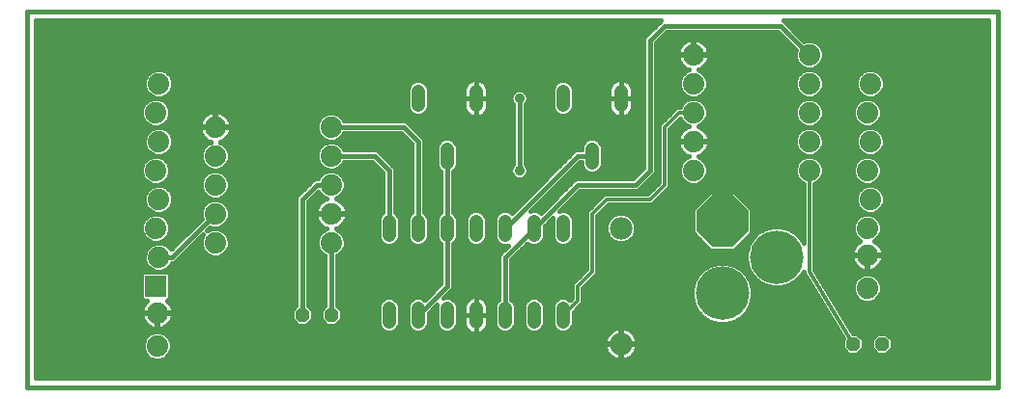
<source format=gbl>
G75*
%MOIN*%
%OFA0B0*%
%FSLAX25Y25*%
%IPPOS*%
%LPD*%
%AMOC8*
5,1,8,0,0,1.08239X$1,22.5*
%
%ADD10C,0.01600*%
%ADD11C,0.07400*%
%ADD12R,0.07400X0.07400*%
%ADD13C,0.04800*%
%ADD14C,0.07800*%
%ADD15OC8,0.04800*%
%ADD16OC8,0.17717*%
%ADD17C,0.18504*%
%ADD18C,0.03543*%
%ADD19C,0.01200*%
D10*
X0001800Y0001800D02*
X0001800Y0131800D01*
X0336800Y0131800D01*
X0336800Y0001800D01*
X0001800Y0001800D01*
X0004975Y0004975D02*
X0004975Y0128625D01*
X0220655Y0128625D01*
X0219700Y0127670D01*
X0214700Y0122670D01*
X0214700Y0077670D01*
X0210930Y0073900D01*
X0190930Y0073900D01*
X0189700Y0072670D01*
X0179131Y0062101D01*
X0178896Y0062337D01*
X0177536Y0062900D01*
X0176064Y0062900D01*
X0175733Y0062763D01*
X0192670Y0079700D01*
X0193100Y0079700D01*
X0193100Y0078664D01*
X0193663Y0077304D01*
X0194704Y0076263D01*
X0196064Y0075700D01*
X0197536Y0075700D01*
X0198896Y0076263D01*
X0199937Y0077304D01*
X0200500Y0078664D01*
X0200500Y0084936D01*
X0199937Y0086296D01*
X0198896Y0087337D01*
X0197536Y0087900D01*
X0196064Y0087900D01*
X0194704Y0087337D01*
X0193663Y0086296D01*
X0193100Y0084936D01*
X0193100Y0083900D01*
X0190930Y0083900D01*
X0169131Y0062101D01*
X0168896Y0062337D01*
X0167536Y0062900D01*
X0166064Y0062900D01*
X0164704Y0062337D01*
X0163663Y0061296D01*
X0163100Y0059936D01*
X0163100Y0053664D01*
X0163663Y0052304D01*
X0164704Y0051263D01*
X0166064Y0050700D01*
X0167536Y0050700D01*
X0167867Y0050837D01*
X0164700Y0047670D01*
X0164700Y0032333D01*
X0163663Y0031296D01*
X0163100Y0029936D01*
X0163100Y0023664D01*
X0163663Y0022304D01*
X0164704Y0021263D01*
X0166064Y0020700D01*
X0167536Y0020700D01*
X0168896Y0021263D01*
X0169937Y0022304D01*
X0170500Y0023664D01*
X0170500Y0029936D01*
X0169937Y0031296D01*
X0168900Y0032333D01*
X0168900Y0045930D01*
X0174469Y0051499D01*
X0174704Y0051263D01*
X0176064Y0050700D01*
X0177536Y0050700D01*
X0178896Y0051263D01*
X0179937Y0052304D01*
X0180500Y0053664D01*
X0180500Y0057530D01*
X0183237Y0060267D01*
X0183100Y0059936D01*
X0183100Y0053664D01*
X0183663Y0052304D01*
X0184704Y0051263D01*
X0186064Y0050700D01*
X0187536Y0050700D01*
X0188896Y0051263D01*
X0189937Y0052304D01*
X0190500Y0053664D01*
X0190500Y0059936D01*
X0189937Y0061296D01*
X0188896Y0062337D01*
X0187536Y0062900D01*
X0186064Y0062900D01*
X0185733Y0062763D01*
X0192670Y0069700D01*
X0212670Y0069700D01*
X0217670Y0074700D01*
X0218900Y0075930D01*
X0218900Y0120930D01*
X0222670Y0124700D01*
X0260930Y0124700D01*
X0267103Y0118527D01*
X0266800Y0117795D01*
X0266800Y0115805D01*
X0267561Y0113968D01*
X0268968Y0112561D01*
X0270805Y0111800D01*
X0268968Y0111039D01*
X0267561Y0109632D01*
X0266800Y0107795D01*
X0266800Y0105805D01*
X0267561Y0103968D01*
X0268968Y0102561D01*
X0270805Y0101800D01*
X0272795Y0101800D01*
X0274632Y0102561D01*
X0276039Y0103968D01*
X0276800Y0105805D01*
X0276800Y0107795D01*
X0276039Y0109632D01*
X0274632Y0111039D01*
X0272795Y0111800D01*
X0270805Y0111800D01*
X0272795Y0111800D01*
X0274632Y0112561D01*
X0276039Y0113968D01*
X0276800Y0115805D01*
X0276800Y0117795D01*
X0276039Y0119632D01*
X0274632Y0121039D01*
X0272795Y0121800D01*
X0270805Y0121800D01*
X0270073Y0121497D01*
X0262945Y0128625D01*
X0333625Y0128625D01*
X0333625Y0004975D01*
X0004975Y0004975D01*
X0004975Y0004997D02*
X0333625Y0004997D01*
X0333625Y0006596D02*
X0004975Y0006596D01*
X0004975Y0008194D02*
X0333625Y0008194D01*
X0333625Y0009793D02*
X0004975Y0009793D01*
X0004975Y0011391D02*
X0045103Y0011391D01*
X0045805Y0011100D02*
X0047795Y0011100D01*
X0049632Y0011861D01*
X0051039Y0013268D01*
X0051800Y0015105D01*
X0051800Y0017095D01*
X0051039Y0018932D01*
X0049632Y0020339D01*
X0047795Y0021100D01*
X0045805Y0021100D01*
X0043968Y0020339D01*
X0042561Y0018932D01*
X0041800Y0017095D01*
X0041800Y0015105D01*
X0042561Y0013268D01*
X0043968Y0011861D01*
X0045805Y0011100D01*
X0048497Y0011391D02*
X0205001Y0011391D01*
X0204612Y0011518D02*
X0205465Y0011240D01*
X0206351Y0011100D01*
X0206616Y0011100D01*
X0206616Y0016616D01*
X0201100Y0016616D01*
X0201100Y0016351D01*
X0201240Y0015465D01*
X0201518Y0014612D01*
X0201925Y0013813D01*
X0202452Y0013087D01*
X0203087Y0012452D01*
X0203813Y0011925D01*
X0204612Y0011518D01*
X0206616Y0011391D02*
X0206984Y0011391D01*
X0206984Y0011100D02*
X0207249Y0011100D01*
X0208135Y0011240D01*
X0208988Y0011518D01*
X0209787Y0011925D01*
X0210513Y0012452D01*
X0211148Y0013087D01*
X0211675Y0013813D01*
X0212082Y0014612D01*
X0212360Y0015465D01*
X0212500Y0016351D01*
X0212500Y0016616D01*
X0206984Y0016616D01*
X0206984Y0011100D01*
X0208599Y0011391D02*
X0333625Y0011391D01*
X0333625Y0012990D02*
X0211051Y0012990D01*
X0212070Y0014588D02*
X0283779Y0014588D01*
X0283100Y0015267D02*
X0285267Y0013100D01*
X0288333Y0013100D01*
X0290500Y0015267D01*
X0290500Y0018333D01*
X0288333Y0020500D01*
X0286796Y0020500D01*
X0273700Y0042326D01*
X0273700Y0072175D01*
X0274632Y0072561D01*
X0276039Y0073968D01*
X0276800Y0075805D01*
X0276800Y0077795D01*
X0276039Y0079632D01*
X0274632Y0081039D01*
X0272795Y0081800D01*
X0274632Y0082561D01*
X0276039Y0083968D01*
X0276800Y0085805D01*
X0276800Y0087795D01*
X0276039Y0089632D01*
X0274632Y0091039D01*
X0272795Y0091800D01*
X0270805Y0091800D01*
X0268968Y0091039D01*
X0267561Y0089632D01*
X0266800Y0087795D01*
X0266800Y0085805D01*
X0267561Y0083968D01*
X0268968Y0082561D01*
X0270805Y0081800D01*
X0272795Y0081800D01*
X0270805Y0081800D01*
X0268968Y0081039D01*
X0267561Y0079632D01*
X0266800Y0077795D01*
X0266800Y0075805D01*
X0267561Y0073968D01*
X0268968Y0072561D01*
X0269900Y0072175D01*
X0269900Y0051709D01*
X0268994Y0053279D01*
X0267029Y0055244D01*
X0264623Y0056633D01*
X0261939Y0057352D01*
X0259161Y0057352D01*
X0256477Y0056633D01*
X0254071Y0055244D01*
X0252106Y0053279D01*
X0250717Y0050873D01*
X0249998Y0048189D01*
X0249998Y0045411D01*
X0250717Y0042727D01*
X0252106Y0040321D01*
X0254071Y0038356D01*
X0256477Y0036967D01*
X0259161Y0036248D01*
X0261939Y0036248D01*
X0264623Y0036967D01*
X0267029Y0038356D01*
X0268994Y0040321D01*
X0269837Y0041781D01*
X0269766Y0041497D01*
X0269900Y0041274D01*
X0269900Y0041013D01*
X0270291Y0040622D01*
X0283453Y0018686D01*
X0283100Y0018333D01*
X0283100Y0015267D01*
X0283100Y0016187D02*
X0212474Y0016187D01*
X0212500Y0016984D02*
X0212500Y0017249D01*
X0212360Y0018135D01*
X0212082Y0018988D01*
X0211675Y0019787D01*
X0211148Y0020513D01*
X0210513Y0021148D01*
X0209787Y0021675D01*
X0208988Y0022082D01*
X0208135Y0022360D01*
X0207249Y0022500D01*
X0206984Y0022500D01*
X0206984Y0016984D01*
X0206616Y0016984D01*
X0206616Y0016616D01*
X0206984Y0016616D01*
X0206984Y0016984D01*
X0212500Y0016984D01*
X0212415Y0017785D02*
X0283100Y0017785D01*
X0283034Y0019384D02*
X0211881Y0019384D01*
X0210679Y0020982D02*
X0282075Y0020982D01*
X0281116Y0022581D02*
X0190051Y0022581D01*
X0189937Y0022304D02*
X0190500Y0023664D01*
X0190500Y0027813D01*
X0193700Y0031013D01*
X0193700Y0036013D01*
X0198700Y0041013D01*
X0198700Y0061013D01*
X0202587Y0064900D01*
X0217587Y0064900D01*
X0218700Y0066013D01*
X0223700Y0071013D01*
X0223700Y0091013D01*
X0227296Y0094609D01*
X0227561Y0093968D01*
X0228968Y0092561D01*
X0230183Y0092058D01*
X0229689Y0091897D01*
X0228917Y0091504D01*
X0228217Y0090995D01*
X0227605Y0090383D01*
X0227096Y0089683D01*
X0226703Y0088911D01*
X0226435Y0088088D01*
X0226300Y0087233D01*
X0226300Y0086886D01*
X0231714Y0086886D01*
X0231714Y0086714D01*
X0226300Y0086714D01*
X0226300Y0086367D01*
X0226435Y0085512D01*
X0226703Y0084689D01*
X0227096Y0083917D01*
X0227605Y0083217D01*
X0228217Y0082605D01*
X0228917Y0082096D01*
X0229689Y0081703D01*
X0230183Y0081542D01*
X0228968Y0081039D01*
X0227561Y0079632D01*
X0226800Y0077795D01*
X0226800Y0075805D01*
X0227561Y0073968D01*
X0228968Y0072561D01*
X0230805Y0071800D01*
X0232795Y0071800D01*
X0234632Y0072561D01*
X0236039Y0073968D01*
X0236800Y0075805D01*
X0236800Y0077795D01*
X0236039Y0079632D01*
X0234632Y0081039D01*
X0233417Y0081542D01*
X0233911Y0081703D01*
X0234683Y0082096D01*
X0235383Y0082605D01*
X0235995Y0083217D01*
X0236504Y0083917D01*
X0236897Y0084689D01*
X0237165Y0085512D01*
X0237300Y0086367D01*
X0237300Y0086714D01*
X0231886Y0086714D01*
X0231886Y0086886D01*
X0237300Y0086886D01*
X0237300Y0087233D01*
X0237165Y0088088D01*
X0236897Y0088911D01*
X0236504Y0089683D01*
X0235995Y0090383D01*
X0235383Y0090995D01*
X0234683Y0091504D01*
X0233911Y0091897D01*
X0233417Y0092058D01*
X0234632Y0092561D01*
X0236039Y0093968D01*
X0236800Y0095805D01*
X0236800Y0097795D01*
X0236039Y0099632D01*
X0234632Y0101039D01*
X0232795Y0101800D01*
X0230805Y0101800D01*
X0228968Y0101039D01*
X0227561Y0099632D01*
X0227175Y0098700D01*
X0226013Y0098700D01*
X0221013Y0093700D01*
X0219900Y0092587D01*
X0219900Y0072587D01*
X0216013Y0068700D01*
X0201013Y0068700D01*
X0196013Y0063700D01*
X0194900Y0062587D01*
X0194900Y0042587D01*
X0191013Y0038700D01*
X0189900Y0037587D01*
X0189900Y0032587D01*
X0189273Y0031960D01*
X0188896Y0032337D01*
X0187536Y0032900D01*
X0186064Y0032900D01*
X0184704Y0032337D01*
X0183663Y0031296D01*
X0183100Y0029936D01*
X0183100Y0023664D01*
X0183663Y0022304D01*
X0184704Y0021263D01*
X0186064Y0020700D01*
X0187536Y0020700D01*
X0188896Y0021263D01*
X0189937Y0022304D01*
X0190500Y0024179D02*
X0238802Y0024179D01*
X0237727Y0024467D02*
X0240411Y0023748D01*
X0243189Y0023748D01*
X0245873Y0024467D01*
X0248279Y0025856D01*
X0250244Y0027821D01*
X0251633Y0030227D01*
X0252352Y0032911D01*
X0252352Y0035689D01*
X0251633Y0038373D01*
X0250244Y0040779D01*
X0248279Y0042744D01*
X0245873Y0044133D01*
X0243189Y0044852D01*
X0240411Y0044852D01*
X0237727Y0044133D01*
X0235321Y0042744D01*
X0233356Y0040779D01*
X0231967Y0038373D01*
X0231248Y0035689D01*
X0231248Y0032911D01*
X0231967Y0030227D01*
X0233356Y0027821D01*
X0235321Y0025856D01*
X0237727Y0024467D01*
X0235457Y0025778D02*
X0190500Y0025778D01*
X0190500Y0027376D02*
X0233801Y0027376D01*
X0232690Y0028975D02*
X0191662Y0028975D01*
X0193260Y0030573D02*
X0231874Y0030573D01*
X0231446Y0032172D02*
X0193700Y0032172D01*
X0193700Y0033770D02*
X0231248Y0033770D01*
X0231248Y0035369D02*
X0193700Y0035369D01*
X0194654Y0036967D02*
X0231590Y0036967D01*
X0232078Y0038566D02*
X0196253Y0038566D01*
X0197851Y0040164D02*
X0233001Y0040164D01*
X0234340Y0041763D02*
X0198700Y0041763D01*
X0198700Y0043361D02*
X0236391Y0043361D01*
X0237592Y0049142D02*
X0246008Y0049142D01*
X0251958Y0055092D01*
X0251958Y0063508D01*
X0246008Y0069458D01*
X0237592Y0069458D01*
X0231642Y0063508D01*
X0231642Y0055092D01*
X0237592Y0049142D01*
X0236979Y0049755D02*
X0198700Y0049755D01*
X0198700Y0048157D02*
X0249998Y0048157D01*
X0249998Y0046558D02*
X0198700Y0046558D01*
X0198700Y0044960D02*
X0250119Y0044960D01*
X0250547Y0043361D02*
X0247209Y0043361D01*
X0249260Y0041763D02*
X0251274Y0041763D01*
X0250599Y0040164D02*
X0252263Y0040164D01*
X0251522Y0038566D02*
X0253862Y0038566D01*
X0252010Y0036967D02*
X0256477Y0036967D01*
X0252352Y0035369D02*
X0273443Y0035369D01*
X0272484Y0036967D02*
X0264623Y0036967D01*
X0267238Y0038566D02*
X0271525Y0038566D01*
X0270566Y0040164D02*
X0268837Y0040164D01*
X0269826Y0041763D02*
X0269832Y0041763D01*
X0273700Y0043361D02*
X0288161Y0043361D01*
X0288217Y0043305D02*
X0288917Y0042796D01*
X0289689Y0042403D01*
X0290512Y0042135D01*
X0291367Y0042000D01*
X0291600Y0042000D01*
X0291600Y0047300D01*
X0286300Y0047300D01*
X0286300Y0047067D01*
X0286435Y0046212D01*
X0286703Y0045389D01*
X0287096Y0044617D01*
X0287605Y0043917D01*
X0288217Y0043305D01*
X0286921Y0044960D02*
X0273700Y0044960D01*
X0273700Y0046558D02*
X0286381Y0046558D01*
X0286300Y0047700D02*
X0291600Y0047700D01*
X0291600Y0047300D01*
X0292000Y0047300D01*
X0292000Y0047700D01*
X0297300Y0047700D01*
X0297300Y0047933D01*
X0297165Y0048788D01*
X0296897Y0049611D01*
X0296504Y0050383D01*
X0295995Y0051083D01*
X0295383Y0051695D01*
X0294683Y0052204D01*
X0294273Y0052413D01*
X0294632Y0052561D01*
X0296039Y0053968D01*
X0296800Y0055805D01*
X0296800Y0057795D01*
X0296039Y0059632D01*
X0294632Y0061039D01*
X0292795Y0061800D01*
X0290805Y0061800D01*
X0288968Y0061039D01*
X0287561Y0059632D01*
X0286800Y0057795D01*
X0286800Y0055805D01*
X0287561Y0053968D01*
X0288968Y0052561D01*
X0289327Y0052413D01*
X0288917Y0052204D01*
X0288217Y0051695D01*
X0287605Y0051083D01*
X0287096Y0050383D01*
X0286703Y0049611D01*
X0286435Y0048788D01*
X0286300Y0047933D01*
X0286300Y0047700D01*
X0286335Y0048157D02*
X0273700Y0048157D01*
X0273700Y0049755D02*
X0286776Y0049755D01*
X0287876Y0051354D02*
X0273700Y0051354D01*
X0273700Y0052952D02*
X0288577Y0052952D01*
X0287320Y0054551D02*
X0273700Y0054551D01*
X0273700Y0056149D02*
X0286800Y0056149D01*
X0286800Y0057748D02*
X0273700Y0057748D01*
X0273700Y0059346D02*
X0287443Y0059346D01*
X0288874Y0060945D02*
X0273700Y0060945D01*
X0273700Y0062543D02*
X0290011Y0062543D01*
X0289968Y0062561D02*
X0291805Y0061800D01*
X0293795Y0061800D01*
X0295632Y0062561D01*
X0297039Y0063968D01*
X0297800Y0065805D01*
X0297800Y0067795D01*
X0297039Y0069632D01*
X0295632Y0071039D01*
X0293795Y0071800D01*
X0291805Y0071800D01*
X0289968Y0071039D01*
X0288561Y0069632D01*
X0287800Y0067795D01*
X0287800Y0065805D01*
X0288561Y0063968D01*
X0289968Y0062561D01*
X0288489Y0064142D02*
X0273700Y0064142D01*
X0273700Y0065740D02*
X0287827Y0065740D01*
X0287800Y0067339D02*
X0273700Y0067339D01*
X0273700Y0068937D02*
X0288273Y0068937D01*
X0289465Y0070536D02*
X0273700Y0070536D01*
X0273700Y0072134D02*
X0289998Y0072134D01*
X0290805Y0071800D02*
X0292795Y0071800D01*
X0294632Y0072561D01*
X0296039Y0073968D01*
X0296800Y0075805D01*
X0296800Y0077795D01*
X0296039Y0079632D01*
X0294632Y0081039D01*
X0292795Y0081800D01*
X0290805Y0081800D01*
X0288968Y0081039D01*
X0287561Y0079632D01*
X0286800Y0077795D01*
X0286800Y0075805D01*
X0287561Y0073968D01*
X0288968Y0072561D01*
X0290805Y0071800D01*
X0293602Y0072134D02*
X0333625Y0072134D01*
X0333625Y0070536D02*
X0296135Y0070536D01*
X0297327Y0068937D02*
X0333625Y0068937D01*
X0333625Y0067339D02*
X0297800Y0067339D01*
X0297773Y0065740D02*
X0333625Y0065740D01*
X0333625Y0064142D02*
X0297111Y0064142D01*
X0295589Y0062543D02*
X0333625Y0062543D01*
X0333625Y0060945D02*
X0294726Y0060945D01*
X0296157Y0059346D02*
X0333625Y0059346D01*
X0333625Y0057748D02*
X0296800Y0057748D01*
X0296800Y0056149D02*
X0333625Y0056149D01*
X0333625Y0054551D02*
X0296280Y0054551D01*
X0295023Y0052952D02*
X0333625Y0052952D01*
X0333625Y0051354D02*
X0295724Y0051354D01*
X0296824Y0049755D02*
X0333625Y0049755D01*
X0333625Y0048157D02*
X0297265Y0048157D01*
X0297300Y0047300D02*
X0292000Y0047300D01*
X0292000Y0042000D01*
X0292233Y0042000D01*
X0293088Y0042135D01*
X0293911Y0042403D01*
X0294683Y0042796D01*
X0295383Y0043305D01*
X0295995Y0043917D01*
X0296504Y0044617D01*
X0296897Y0045389D01*
X0297165Y0046212D01*
X0297300Y0047067D01*
X0297300Y0047300D01*
X0297219Y0046558D02*
X0333625Y0046558D01*
X0333625Y0044960D02*
X0296678Y0044960D01*
X0295439Y0043361D02*
X0333625Y0043361D01*
X0333625Y0041763D02*
X0274038Y0041763D01*
X0274997Y0040164D02*
X0288793Y0040164D01*
X0288968Y0040339D02*
X0287561Y0038932D01*
X0286800Y0037095D01*
X0286800Y0035105D01*
X0287561Y0033268D01*
X0288968Y0031861D01*
X0290805Y0031100D01*
X0292795Y0031100D01*
X0294632Y0031861D01*
X0296039Y0033268D01*
X0296800Y0035105D01*
X0296800Y0037095D01*
X0296039Y0038932D01*
X0294632Y0040339D01*
X0292795Y0041100D01*
X0290805Y0041100D01*
X0288968Y0040339D01*
X0287409Y0038566D02*
X0275956Y0038566D01*
X0276915Y0036967D02*
X0286800Y0036967D01*
X0286800Y0035369D02*
X0277875Y0035369D01*
X0278834Y0033770D02*
X0287353Y0033770D01*
X0288657Y0032172D02*
X0279793Y0032172D01*
X0280752Y0030573D02*
X0333625Y0030573D01*
X0333625Y0028975D02*
X0281711Y0028975D01*
X0282670Y0027376D02*
X0333625Y0027376D01*
X0333625Y0025778D02*
X0283629Y0025778D01*
X0284588Y0024179D02*
X0333625Y0024179D01*
X0333625Y0022581D02*
X0285547Y0022581D01*
X0286506Y0020982D02*
X0333625Y0020982D01*
X0333625Y0019384D02*
X0299449Y0019384D01*
X0300500Y0018333D02*
X0298333Y0020500D01*
X0295267Y0020500D01*
X0293100Y0018333D01*
X0293100Y0015267D01*
X0295267Y0013100D01*
X0298333Y0013100D01*
X0300500Y0015267D01*
X0300500Y0018333D01*
X0300500Y0017785D02*
X0333625Y0017785D01*
X0333625Y0016187D02*
X0300500Y0016187D01*
X0299821Y0014588D02*
X0333625Y0014588D01*
X0333625Y0032172D02*
X0294943Y0032172D01*
X0296247Y0033770D02*
X0333625Y0033770D01*
X0333625Y0035369D02*
X0296800Y0035369D01*
X0296800Y0036967D02*
X0333625Y0036967D01*
X0333625Y0038566D02*
X0296191Y0038566D01*
X0294807Y0040164D02*
X0333625Y0040164D01*
X0333625Y0073733D02*
X0295804Y0073733D01*
X0296604Y0075332D02*
X0333625Y0075332D01*
X0333625Y0076930D02*
X0296800Y0076930D01*
X0296496Y0078529D02*
X0333625Y0078529D01*
X0333625Y0080127D02*
X0295544Y0080127D01*
X0293795Y0081800D02*
X0291805Y0081800D01*
X0289968Y0082561D01*
X0288561Y0083968D01*
X0287800Y0085805D01*
X0287800Y0087795D01*
X0288561Y0089632D01*
X0289968Y0091039D01*
X0291805Y0091800D01*
X0293795Y0091800D01*
X0295632Y0091039D01*
X0297039Y0089632D01*
X0297800Y0087795D01*
X0297800Y0085805D01*
X0297039Y0083968D01*
X0295632Y0082561D01*
X0293795Y0081800D01*
X0292974Y0081726D02*
X0333625Y0081726D01*
X0333625Y0083324D02*
X0296395Y0083324D01*
X0297434Y0084923D02*
X0333625Y0084923D01*
X0333625Y0086521D02*
X0297800Y0086521D01*
X0297665Y0088120D02*
X0333625Y0088120D01*
X0333625Y0089718D02*
X0296953Y0089718D01*
X0294961Y0091317D02*
X0333625Y0091317D01*
X0333625Y0092915D02*
X0294986Y0092915D01*
X0294632Y0092561D02*
X0296039Y0093968D01*
X0296800Y0095805D01*
X0296800Y0097795D01*
X0296039Y0099632D01*
X0294632Y0101039D01*
X0292795Y0101800D01*
X0290805Y0101800D01*
X0288968Y0101039D01*
X0287561Y0099632D01*
X0286800Y0097795D01*
X0286800Y0095805D01*
X0287561Y0093968D01*
X0288968Y0092561D01*
X0290805Y0091800D01*
X0292795Y0091800D01*
X0294632Y0092561D01*
X0296265Y0094514D02*
X0333625Y0094514D01*
X0333625Y0096112D02*
X0296800Y0096112D01*
X0296800Y0097711D02*
X0333625Y0097711D01*
X0333625Y0099309D02*
X0296173Y0099309D01*
X0294763Y0100908D02*
X0333625Y0100908D01*
X0333625Y0102506D02*
X0295499Y0102506D01*
X0295632Y0102561D02*
X0297039Y0103968D01*
X0297800Y0105805D01*
X0297800Y0107795D01*
X0297039Y0109632D01*
X0295632Y0111039D01*
X0293795Y0111800D01*
X0291805Y0111800D01*
X0289968Y0111039D01*
X0288561Y0109632D01*
X0287800Y0107795D01*
X0287800Y0105805D01*
X0288561Y0103968D01*
X0289968Y0102561D01*
X0291805Y0101800D01*
X0293795Y0101800D01*
X0295632Y0102561D01*
X0297096Y0104105D02*
X0333625Y0104105D01*
X0333625Y0105703D02*
X0297758Y0105703D01*
X0297800Y0107302D02*
X0333625Y0107302D01*
X0333625Y0108900D02*
X0297342Y0108900D01*
X0296172Y0110499D02*
X0333625Y0110499D01*
X0333625Y0112097D02*
X0273512Y0112097D01*
X0275172Y0110499D02*
X0289428Y0110499D01*
X0288258Y0108900D02*
X0276342Y0108900D01*
X0276800Y0107302D02*
X0287800Y0107302D01*
X0287842Y0105703D02*
X0276758Y0105703D01*
X0276096Y0104105D02*
X0288504Y0104105D01*
X0290100Y0102506D02*
X0274499Y0102506D01*
X0274632Y0101039D02*
X0272795Y0101800D01*
X0270805Y0101800D01*
X0268968Y0101039D01*
X0267561Y0099632D01*
X0266800Y0097795D01*
X0266800Y0095805D01*
X0267561Y0093968D01*
X0268968Y0092561D01*
X0270805Y0091800D01*
X0272795Y0091800D01*
X0274632Y0092561D01*
X0276039Y0093968D01*
X0276800Y0095805D01*
X0276800Y0097795D01*
X0276039Y0099632D01*
X0274632Y0101039D01*
X0274763Y0100908D02*
X0288837Y0100908D01*
X0287427Y0099309D02*
X0276173Y0099309D01*
X0276800Y0097711D02*
X0286800Y0097711D01*
X0286800Y0096112D02*
X0276800Y0096112D01*
X0276265Y0094514D02*
X0287335Y0094514D01*
X0288614Y0092915D02*
X0274986Y0092915D01*
X0273961Y0091317D02*
X0290639Y0091317D01*
X0288647Y0089718D02*
X0275953Y0089718D01*
X0276665Y0088120D02*
X0287935Y0088120D01*
X0287800Y0086521D02*
X0276800Y0086521D01*
X0276434Y0084923D02*
X0288166Y0084923D01*
X0289205Y0083324D02*
X0275395Y0083324D01*
X0272974Y0081726D02*
X0290626Y0081726D01*
X0288056Y0080127D02*
X0275544Y0080127D01*
X0276496Y0078529D02*
X0287104Y0078529D01*
X0286800Y0076930D02*
X0276800Y0076930D01*
X0276604Y0075332D02*
X0286996Y0075332D01*
X0287796Y0073733D02*
X0275804Y0073733D01*
X0269900Y0072134D02*
X0233602Y0072134D01*
X0235804Y0073733D02*
X0267796Y0073733D01*
X0266996Y0075332D02*
X0236604Y0075332D01*
X0236800Y0076930D02*
X0266800Y0076930D01*
X0267104Y0078529D02*
X0236496Y0078529D01*
X0235544Y0080127D02*
X0268056Y0080127D01*
X0270626Y0081726D02*
X0233956Y0081726D01*
X0236073Y0083324D02*
X0268205Y0083324D01*
X0267166Y0084923D02*
X0236973Y0084923D01*
X0237300Y0086521D02*
X0266800Y0086521D01*
X0266935Y0088120D02*
X0237154Y0088120D01*
X0236478Y0089718D02*
X0267647Y0089718D01*
X0269639Y0091317D02*
X0234941Y0091317D01*
X0234986Y0092915D02*
X0268614Y0092915D01*
X0267335Y0094514D02*
X0236265Y0094514D01*
X0236800Y0096112D02*
X0266800Y0096112D01*
X0266800Y0097711D02*
X0236800Y0097711D01*
X0236173Y0099309D02*
X0267427Y0099309D01*
X0268837Y0100908D02*
X0234763Y0100908D01*
X0234499Y0102506D02*
X0269100Y0102506D01*
X0267504Y0104105D02*
X0236096Y0104105D01*
X0236039Y0103968D02*
X0236800Y0105805D01*
X0236800Y0107795D01*
X0236039Y0109632D01*
X0234632Y0111039D01*
X0233417Y0111542D01*
X0233911Y0111703D01*
X0234683Y0112096D01*
X0235383Y0112605D01*
X0235995Y0113217D01*
X0236504Y0113917D01*
X0236897Y0114689D01*
X0237165Y0115512D01*
X0237300Y0116367D01*
X0237300Y0116714D01*
X0231886Y0116714D01*
X0231886Y0116886D01*
X0237300Y0116886D01*
X0237300Y0117233D01*
X0237165Y0118088D01*
X0236897Y0118911D01*
X0236504Y0119683D01*
X0235995Y0120383D01*
X0235383Y0120995D01*
X0234683Y0121504D01*
X0233911Y0121897D01*
X0233088Y0122165D01*
X0232233Y0122300D01*
X0231886Y0122300D01*
X0231886Y0116886D01*
X0231714Y0116886D01*
X0231714Y0122300D01*
X0231367Y0122300D01*
X0230512Y0122165D01*
X0229689Y0121897D01*
X0228917Y0121504D01*
X0228217Y0120995D01*
X0227605Y0120383D01*
X0227096Y0119683D01*
X0226703Y0118911D01*
X0226435Y0118088D01*
X0226300Y0117233D01*
X0226300Y0116886D01*
X0231714Y0116886D01*
X0231714Y0116714D01*
X0226300Y0116714D01*
X0226300Y0116367D01*
X0226435Y0115512D01*
X0226703Y0114689D01*
X0227096Y0113917D01*
X0227605Y0113217D01*
X0228217Y0112605D01*
X0228917Y0112096D01*
X0229689Y0111703D01*
X0230183Y0111542D01*
X0228968Y0111039D01*
X0227561Y0109632D01*
X0226800Y0107795D01*
X0226800Y0105805D01*
X0227561Y0103968D01*
X0228968Y0102561D01*
X0230805Y0101800D01*
X0232795Y0101800D01*
X0234632Y0102561D01*
X0236039Y0103968D01*
X0236758Y0105703D02*
X0266842Y0105703D01*
X0266800Y0107302D02*
X0236800Y0107302D01*
X0236342Y0108900D02*
X0267258Y0108900D01*
X0268428Y0110499D02*
X0235172Y0110499D01*
X0234684Y0112097D02*
X0270088Y0112097D01*
X0267833Y0113696D02*
X0236343Y0113696D01*
X0237094Y0115294D02*
X0267012Y0115294D01*
X0266800Y0116893D02*
X0237300Y0116893D01*
X0237033Y0118491D02*
X0267089Y0118491D01*
X0265540Y0120090D02*
X0236208Y0120090D01*
X0234321Y0121688D02*
X0263942Y0121688D01*
X0262343Y0123287D02*
X0221257Y0123287D01*
X0219658Y0121688D02*
X0229279Y0121688D01*
X0231714Y0121688D02*
X0231886Y0121688D01*
X0231886Y0120090D02*
X0231714Y0120090D01*
X0231714Y0118491D02*
X0231886Y0118491D01*
X0231886Y0116893D02*
X0231714Y0116893D01*
X0227392Y0120090D02*
X0218900Y0120090D01*
X0218900Y0118491D02*
X0226567Y0118491D01*
X0226300Y0116893D02*
X0218900Y0116893D01*
X0218900Y0115294D02*
X0226506Y0115294D01*
X0227257Y0113696D02*
X0218900Y0113696D01*
X0218900Y0112097D02*
X0228916Y0112097D01*
X0228428Y0110499D02*
X0218900Y0110499D01*
X0218900Y0108900D02*
X0227258Y0108900D01*
X0226800Y0107302D02*
X0218900Y0107302D01*
X0218900Y0105703D02*
X0226842Y0105703D01*
X0227504Y0104105D02*
X0218900Y0104105D01*
X0218900Y0102506D02*
X0229100Y0102506D01*
X0228837Y0100908D02*
X0218900Y0100908D01*
X0218900Y0099309D02*
X0227427Y0099309D01*
X0225024Y0097711D02*
X0218900Y0097711D01*
X0218900Y0096112D02*
X0223425Y0096112D01*
X0221827Y0094514D02*
X0218900Y0094514D01*
X0218900Y0092915D02*
X0220228Y0092915D01*
X0219900Y0091317D02*
X0218900Y0091317D01*
X0218900Y0089718D02*
X0219900Y0089718D01*
X0219900Y0088120D02*
X0218900Y0088120D01*
X0218900Y0086521D02*
X0219900Y0086521D01*
X0219900Y0084923D02*
X0218900Y0084923D01*
X0218900Y0083324D02*
X0219900Y0083324D01*
X0219900Y0081726D02*
X0218900Y0081726D01*
X0218900Y0080127D02*
X0219900Y0080127D01*
X0219900Y0078529D02*
X0218900Y0078529D01*
X0218900Y0076930D02*
X0219900Y0076930D01*
X0219900Y0075332D02*
X0218301Y0075332D01*
X0216800Y0076800D02*
X0216800Y0121800D01*
X0221800Y0126800D01*
X0261800Y0126800D01*
X0271800Y0116800D01*
X0276800Y0116893D02*
X0333625Y0116893D01*
X0333625Y0118491D02*
X0276511Y0118491D01*
X0275581Y0120090D02*
X0333625Y0120090D01*
X0333625Y0121688D02*
X0273064Y0121688D01*
X0270536Y0121688D02*
X0269881Y0121688D01*
X0268283Y0123287D02*
X0333625Y0123287D01*
X0333625Y0124885D02*
X0266684Y0124885D01*
X0265086Y0126484D02*
X0333625Y0126484D01*
X0333625Y0128082D02*
X0263487Y0128082D01*
X0276588Y0115294D02*
X0333625Y0115294D01*
X0333625Y0113696D02*
X0275767Y0113696D01*
X0269900Y0070536D02*
X0223223Y0070536D01*
X0223700Y0072134D02*
X0229998Y0072134D01*
X0227796Y0073733D02*
X0223700Y0073733D01*
X0223700Y0075332D02*
X0226996Y0075332D01*
X0226800Y0076930D02*
X0223700Y0076930D01*
X0223700Y0078529D02*
X0227104Y0078529D01*
X0228056Y0080127D02*
X0223700Y0080127D01*
X0223700Y0081726D02*
X0229644Y0081726D01*
X0227527Y0083324D02*
X0223700Y0083324D01*
X0223700Y0084923D02*
X0226627Y0084923D01*
X0226300Y0086521D02*
X0223700Y0086521D01*
X0223700Y0088120D02*
X0226446Y0088120D01*
X0227122Y0089718D02*
X0223700Y0089718D01*
X0224004Y0091317D02*
X0228659Y0091317D01*
X0228614Y0092915D02*
X0225602Y0092915D01*
X0227201Y0094514D02*
X0227335Y0094514D01*
X0214700Y0094514D02*
X0173900Y0094514D01*
X0173900Y0096112D02*
X0185069Y0096112D01*
X0184704Y0096263D02*
X0186064Y0095700D01*
X0187536Y0095700D01*
X0188896Y0096263D01*
X0189937Y0097304D01*
X0190500Y0098664D01*
X0190500Y0104936D01*
X0189937Y0106296D01*
X0188896Y0107337D01*
X0187536Y0107900D01*
X0186064Y0107900D01*
X0184704Y0107337D01*
X0183663Y0106296D01*
X0183100Y0104936D01*
X0183100Y0098664D01*
X0183663Y0097304D01*
X0184704Y0096263D01*
X0183495Y0097711D02*
X0173900Y0097711D01*
X0173900Y0099309D02*
X0183100Y0099309D01*
X0183100Y0100908D02*
X0174755Y0100908D01*
X0174872Y0101189D02*
X0174404Y0100060D01*
X0173900Y0099556D01*
X0173900Y0079044D01*
X0174404Y0078540D01*
X0174872Y0077411D01*
X0174872Y0076189D01*
X0174404Y0075060D01*
X0173540Y0074196D01*
X0172411Y0073728D01*
X0171189Y0073728D01*
X0170060Y0074196D01*
X0169196Y0075060D01*
X0168728Y0076189D01*
X0168728Y0077411D01*
X0169196Y0078540D01*
X0169700Y0079044D01*
X0169700Y0099556D01*
X0169196Y0100060D01*
X0168728Y0101189D01*
X0168728Y0102411D01*
X0169196Y0103540D01*
X0170060Y0104404D01*
X0171189Y0104872D01*
X0172411Y0104872D01*
X0173540Y0104404D01*
X0174404Y0103540D01*
X0174872Y0102411D01*
X0174872Y0101189D01*
X0174832Y0102506D02*
X0183100Y0102506D01*
X0183100Y0104105D02*
X0173839Y0104105D01*
X0171800Y0101800D02*
X0171800Y0076800D01*
X0174872Y0076930D02*
X0183960Y0076930D01*
X0182362Y0075332D02*
X0174516Y0075332D01*
X0172422Y0073733D02*
X0180763Y0073733D01*
X0179165Y0072134D02*
X0148900Y0072134D01*
X0148900Y0070536D02*
X0177566Y0070536D01*
X0175968Y0068937D02*
X0148900Y0068937D01*
X0148900Y0067339D02*
X0174369Y0067339D01*
X0172771Y0065740D02*
X0148900Y0065740D01*
X0148900Y0064142D02*
X0171172Y0064142D01*
X0169574Y0062543D02*
X0168397Y0062543D01*
X0165203Y0062543D02*
X0158397Y0062543D01*
X0158896Y0062337D02*
X0157536Y0062900D01*
X0156064Y0062900D01*
X0154704Y0062337D01*
X0153663Y0061296D01*
X0153100Y0059936D01*
X0153100Y0053664D01*
X0153663Y0052304D01*
X0154704Y0051263D01*
X0156064Y0050700D01*
X0157536Y0050700D01*
X0158896Y0051263D01*
X0159937Y0052304D01*
X0160500Y0053664D01*
X0160500Y0059936D01*
X0159937Y0061296D01*
X0158896Y0062337D01*
X0160082Y0060945D02*
X0163518Y0060945D01*
X0163100Y0059346D02*
X0160500Y0059346D01*
X0160500Y0057748D02*
X0163100Y0057748D01*
X0163100Y0056149D02*
X0160500Y0056149D01*
X0160500Y0054551D02*
X0163100Y0054551D01*
X0163395Y0052952D02*
X0160205Y0052952D01*
X0158986Y0051354D02*
X0164614Y0051354D01*
X0166786Y0049755D02*
X0148900Y0049755D01*
X0148900Y0051267D02*
X0149937Y0052304D01*
X0150500Y0053664D01*
X0150500Y0059936D01*
X0149937Y0061296D01*
X0148900Y0062333D01*
X0148900Y0076267D01*
X0149937Y0077304D01*
X0150500Y0078664D01*
X0150500Y0084936D01*
X0149937Y0086296D01*
X0148896Y0087337D01*
X0147536Y0087900D01*
X0146064Y0087900D01*
X0144704Y0087337D01*
X0143663Y0086296D01*
X0143100Y0084936D01*
X0143100Y0078664D01*
X0143663Y0077304D01*
X0144700Y0076267D01*
X0144700Y0062333D01*
X0143663Y0061296D01*
X0143100Y0059936D01*
X0143100Y0053664D01*
X0143663Y0052304D01*
X0144700Y0051267D01*
X0144700Y0037670D01*
X0139131Y0032101D01*
X0138896Y0032337D01*
X0137536Y0032900D01*
X0136064Y0032900D01*
X0134704Y0032337D01*
X0133663Y0031296D01*
X0133100Y0029936D01*
X0133100Y0023664D01*
X0133663Y0022304D01*
X0134704Y0021263D01*
X0136064Y0020700D01*
X0137536Y0020700D01*
X0138896Y0021263D01*
X0139937Y0022304D01*
X0140500Y0023664D01*
X0140500Y0027530D01*
X0143237Y0030267D01*
X0143100Y0029936D01*
X0143100Y0023664D01*
X0143663Y0022304D01*
X0144704Y0021263D01*
X0146064Y0020700D01*
X0147536Y0020700D01*
X0148896Y0021263D01*
X0149937Y0022304D01*
X0150500Y0023664D01*
X0150500Y0029936D01*
X0149937Y0031296D01*
X0148896Y0032337D01*
X0147536Y0032900D01*
X0146064Y0032900D01*
X0145733Y0032763D01*
X0148900Y0035930D01*
X0148900Y0051267D01*
X0148986Y0051354D02*
X0154614Y0051354D01*
X0153395Y0052952D02*
X0150205Y0052952D01*
X0150500Y0054551D02*
X0153100Y0054551D01*
X0153100Y0056149D02*
X0150500Y0056149D01*
X0150500Y0057748D02*
X0153100Y0057748D01*
X0153100Y0059346D02*
X0150500Y0059346D01*
X0150082Y0060945D02*
X0153518Y0060945D01*
X0155203Y0062543D02*
X0148900Y0062543D01*
X0146800Y0056800D02*
X0146800Y0036800D01*
X0136800Y0026800D01*
X0140500Y0027376D02*
X0143100Y0027376D01*
X0143100Y0025778D02*
X0140500Y0025778D01*
X0140500Y0024179D02*
X0143100Y0024179D01*
X0143549Y0022581D02*
X0140051Y0022581D01*
X0138217Y0020982D02*
X0145383Y0020982D01*
X0148217Y0020982D02*
X0154359Y0020982D01*
X0154599Y0020808D02*
X0155188Y0020508D01*
X0155816Y0020303D01*
X0156469Y0020200D01*
X0156800Y0020200D01*
X0157131Y0020200D01*
X0157784Y0020303D01*
X0158412Y0020508D01*
X0159001Y0020808D01*
X0159536Y0021196D01*
X0160004Y0021664D01*
X0160392Y0022199D01*
X0160692Y0022788D01*
X0160897Y0023416D01*
X0161000Y0024069D01*
X0161000Y0026800D01*
X0161000Y0029531D01*
X0160897Y0030184D01*
X0160692Y0030812D01*
X0160392Y0031401D01*
X0160004Y0031936D01*
X0159536Y0032404D01*
X0159001Y0032792D01*
X0158412Y0033092D01*
X0157784Y0033297D01*
X0157131Y0033400D01*
X0156800Y0033400D01*
X0156800Y0026800D01*
X0161000Y0026800D01*
X0156800Y0026800D01*
X0156800Y0026800D01*
X0156800Y0026800D01*
X0156800Y0020200D01*
X0156800Y0026800D01*
X0156800Y0026800D01*
X0156800Y0026800D01*
X0152600Y0026800D01*
X0152600Y0029531D01*
X0152703Y0030184D01*
X0152908Y0030812D01*
X0153208Y0031401D01*
X0153596Y0031936D01*
X0154064Y0032404D01*
X0154599Y0032792D01*
X0155188Y0033092D01*
X0155816Y0033297D01*
X0156469Y0033400D01*
X0156800Y0033400D01*
X0156800Y0026800D01*
X0152600Y0026800D01*
X0152600Y0024069D01*
X0152703Y0023416D01*
X0152908Y0022788D01*
X0153208Y0022199D01*
X0153596Y0021664D01*
X0154064Y0021196D01*
X0154599Y0020808D01*
X0156800Y0020982D02*
X0156800Y0020982D01*
X0156800Y0022581D02*
X0156800Y0022581D01*
X0156800Y0024179D02*
X0156800Y0024179D01*
X0156800Y0025778D02*
X0156800Y0025778D01*
X0156800Y0027376D02*
X0156800Y0027376D01*
X0156800Y0028975D02*
X0156800Y0028975D01*
X0156800Y0030573D02*
X0156800Y0030573D01*
X0156800Y0032172D02*
X0156800Y0032172D01*
X0159768Y0032172D02*
X0164539Y0032172D01*
X0164700Y0033770D02*
X0146740Y0033770D01*
X0148339Y0035369D02*
X0164700Y0035369D01*
X0164700Y0036967D02*
X0148900Y0036967D01*
X0148900Y0038566D02*
X0164700Y0038566D01*
X0164700Y0040164D02*
X0148900Y0040164D01*
X0148900Y0041763D02*
X0164700Y0041763D01*
X0164700Y0043361D02*
X0148900Y0043361D01*
X0148900Y0044960D02*
X0164700Y0044960D01*
X0164700Y0046558D02*
X0148900Y0046558D01*
X0148900Y0048157D02*
X0165187Y0048157D01*
X0166800Y0046800D02*
X0176800Y0056800D01*
X0191800Y0071800D01*
X0211800Y0071800D01*
X0216800Y0076800D01*
X0214700Y0078529D02*
X0200444Y0078529D01*
X0200500Y0080127D02*
X0214700Y0080127D01*
X0214700Y0081726D02*
X0200500Y0081726D01*
X0200500Y0083324D02*
X0214700Y0083324D01*
X0214700Y0084923D02*
X0200500Y0084923D01*
X0199711Y0086521D02*
X0214700Y0086521D01*
X0214700Y0088120D02*
X0173900Y0088120D01*
X0173900Y0089718D02*
X0214700Y0089718D01*
X0214700Y0091317D02*
X0173900Y0091317D01*
X0173900Y0092915D02*
X0214700Y0092915D01*
X0214700Y0096112D02*
X0209420Y0096112D01*
X0209536Y0096196D02*
X0210004Y0096664D01*
X0210392Y0097199D01*
X0210692Y0097788D01*
X0210897Y0098416D01*
X0211000Y0099069D01*
X0211000Y0101800D01*
X0211000Y0104531D01*
X0210897Y0105184D01*
X0210692Y0105812D01*
X0210392Y0106401D01*
X0210004Y0106936D01*
X0209536Y0107404D01*
X0209001Y0107792D01*
X0208412Y0108092D01*
X0207784Y0108297D01*
X0207131Y0108400D01*
X0206800Y0108400D01*
X0206800Y0101800D01*
X0211000Y0101800D01*
X0206800Y0101800D01*
X0206800Y0101800D01*
X0206800Y0101800D01*
X0206800Y0095200D01*
X0207131Y0095200D01*
X0207784Y0095303D01*
X0208412Y0095508D01*
X0209001Y0095808D01*
X0209536Y0096196D01*
X0210653Y0097711D02*
X0214700Y0097711D01*
X0214700Y0099309D02*
X0211000Y0099309D01*
X0211000Y0100908D02*
X0214700Y0100908D01*
X0214700Y0102506D02*
X0211000Y0102506D01*
X0211000Y0104105D02*
X0214700Y0104105D01*
X0214700Y0105703D02*
X0210728Y0105703D01*
X0209638Y0107302D02*
X0214700Y0107302D01*
X0214700Y0108900D02*
X0051842Y0108900D01*
X0051539Y0109632D02*
X0050132Y0111039D01*
X0048295Y0111800D01*
X0046305Y0111800D01*
X0044468Y0111039D01*
X0043061Y0109632D01*
X0042300Y0107795D01*
X0042300Y0105805D01*
X0043061Y0103968D01*
X0044468Y0102561D01*
X0046305Y0101800D01*
X0048295Y0101800D01*
X0050132Y0102561D01*
X0051539Y0103968D01*
X0052300Y0105805D01*
X0052300Y0107795D01*
X0051539Y0109632D01*
X0050672Y0110499D02*
X0214700Y0110499D01*
X0214700Y0112097D02*
X0004975Y0112097D01*
X0004975Y0110499D02*
X0043928Y0110499D01*
X0042758Y0108900D02*
X0004975Y0108900D01*
X0004975Y0107302D02*
X0042300Y0107302D01*
X0042342Y0105703D02*
X0004975Y0105703D01*
X0004975Y0104105D02*
X0043004Y0104105D01*
X0044600Y0102506D02*
X0004975Y0102506D01*
X0004975Y0100908D02*
X0043337Y0100908D01*
X0043468Y0101039D02*
X0042061Y0099632D01*
X0041300Y0097795D01*
X0041300Y0095805D01*
X0042061Y0093968D01*
X0043468Y0092561D01*
X0045305Y0091800D01*
X0047295Y0091800D01*
X0049132Y0092561D01*
X0050539Y0093968D01*
X0051300Y0095805D01*
X0051300Y0097795D01*
X0050539Y0099632D01*
X0049132Y0101039D01*
X0047295Y0101800D01*
X0045305Y0101800D01*
X0043468Y0101039D01*
X0041927Y0099309D02*
X0004975Y0099309D01*
X0004975Y0097711D02*
X0041300Y0097711D01*
X0041300Y0096112D02*
X0004975Y0096112D01*
X0004975Y0094514D02*
X0041835Y0094514D01*
X0043114Y0092915D02*
X0004975Y0092915D01*
X0004975Y0091317D02*
X0045139Y0091317D01*
X0044468Y0091039D02*
X0046305Y0091800D01*
X0048295Y0091800D01*
X0050132Y0091039D01*
X0051539Y0089632D01*
X0052300Y0087795D01*
X0052300Y0085805D01*
X0051539Y0083968D01*
X0050132Y0082561D01*
X0048295Y0081800D01*
X0046305Y0081800D01*
X0044468Y0082561D01*
X0043061Y0083968D01*
X0042300Y0085805D01*
X0042300Y0087795D01*
X0043061Y0089632D01*
X0044468Y0091039D01*
X0043147Y0089718D02*
X0004975Y0089718D01*
X0004975Y0088120D02*
X0042435Y0088120D01*
X0042300Y0086521D02*
X0004975Y0086521D01*
X0004975Y0084923D02*
X0042666Y0084923D01*
X0043705Y0083324D02*
X0004975Y0083324D01*
X0004975Y0081726D02*
X0045126Y0081726D01*
X0045305Y0081800D02*
X0043468Y0081039D01*
X0042061Y0079632D01*
X0041300Y0077795D01*
X0041300Y0075805D01*
X0042061Y0073968D01*
X0043468Y0072561D01*
X0045305Y0071800D01*
X0047295Y0071800D01*
X0049132Y0072561D01*
X0050539Y0073968D01*
X0051300Y0075805D01*
X0051300Y0077795D01*
X0050539Y0079632D01*
X0049132Y0081039D01*
X0047295Y0081800D01*
X0045305Y0081800D01*
X0047474Y0081726D02*
X0061800Y0081726D01*
X0061800Y0080805D02*
X0061800Y0082795D01*
X0062561Y0084632D01*
X0063968Y0086039D01*
X0065183Y0086542D01*
X0064689Y0086703D01*
X0063917Y0087096D01*
X0063217Y0087605D01*
X0062605Y0088217D01*
X0062096Y0088917D01*
X0061703Y0089689D01*
X0061435Y0090512D01*
X0061300Y0091367D01*
X0061300Y0091714D01*
X0066714Y0091714D01*
X0066714Y0091886D01*
X0066714Y0097300D01*
X0066367Y0097300D01*
X0065512Y0097165D01*
X0064689Y0096897D01*
X0063917Y0096504D01*
X0063217Y0095995D01*
X0062605Y0095383D01*
X0062096Y0094683D01*
X0061703Y0093911D01*
X0061435Y0093088D01*
X0061300Y0092233D01*
X0061300Y0091886D01*
X0066714Y0091886D01*
X0066886Y0091886D01*
X0072300Y0091886D01*
X0072300Y0092233D01*
X0072165Y0093088D01*
X0071897Y0093911D01*
X0071504Y0094683D01*
X0070995Y0095383D01*
X0070383Y0095995D01*
X0069683Y0096504D01*
X0068911Y0096897D01*
X0068088Y0097165D01*
X0067233Y0097300D01*
X0066886Y0097300D01*
X0066886Y0091886D01*
X0066886Y0091714D01*
X0072300Y0091714D01*
X0072300Y0091367D01*
X0072165Y0090512D01*
X0071897Y0089689D01*
X0071504Y0088917D01*
X0070995Y0088217D01*
X0070383Y0087605D01*
X0069683Y0087096D01*
X0068911Y0086703D01*
X0068417Y0086542D01*
X0069632Y0086039D01*
X0071039Y0084632D01*
X0071800Y0082795D01*
X0071800Y0080805D01*
X0071039Y0078968D01*
X0069632Y0077561D01*
X0067795Y0076800D01*
X0065805Y0076800D01*
X0063968Y0077561D01*
X0062561Y0078968D01*
X0061800Y0080805D01*
X0062081Y0080127D02*
X0050044Y0080127D01*
X0050996Y0078529D02*
X0063000Y0078529D01*
X0063968Y0076039D02*
X0062561Y0074632D01*
X0061800Y0072795D01*
X0061800Y0070805D01*
X0062561Y0068968D01*
X0063968Y0067561D01*
X0065805Y0066800D01*
X0063968Y0066039D01*
X0062561Y0064632D01*
X0061800Y0062795D01*
X0061800Y0060805D01*
X0062103Y0060073D01*
X0051575Y0049545D01*
X0051539Y0049632D01*
X0050132Y0051039D01*
X0048295Y0051800D01*
X0046305Y0051800D01*
X0044468Y0051039D01*
X0043061Y0049632D01*
X0042300Y0047795D01*
X0042300Y0045805D01*
X0043061Y0043968D01*
X0044468Y0042561D01*
X0046305Y0041800D01*
X0048295Y0041800D01*
X0050132Y0042561D01*
X0051539Y0043968D01*
X0051842Y0044700D01*
X0052670Y0044700D01*
X0062532Y0054562D01*
X0061800Y0052795D01*
X0061800Y0050805D01*
X0062561Y0048968D01*
X0063968Y0047561D01*
X0065805Y0046800D01*
X0067795Y0046800D01*
X0069632Y0047561D01*
X0071039Y0048968D01*
X0071800Y0050805D01*
X0071800Y0052795D01*
X0071039Y0054632D01*
X0069632Y0056039D01*
X0067795Y0056800D01*
X0069632Y0057561D01*
X0071039Y0058968D01*
X0071800Y0060805D01*
X0071800Y0062795D01*
X0071039Y0064632D01*
X0069632Y0066039D01*
X0067795Y0066800D01*
X0065805Y0066800D01*
X0067795Y0066800D01*
X0069632Y0067561D01*
X0071039Y0068968D01*
X0071800Y0070805D01*
X0071800Y0072795D01*
X0071039Y0074632D01*
X0069632Y0076039D01*
X0067795Y0076800D01*
X0065805Y0076800D01*
X0063968Y0076039D01*
X0063260Y0075332D02*
X0051104Y0075332D01*
X0051300Y0076930D02*
X0065491Y0076930D01*
X0068108Y0076930D02*
X0105491Y0076930D01*
X0105805Y0076800D02*
X0103968Y0076039D01*
X0102561Y0074632D01*
X0102258Y0073900D01*
X0100930Y0073900D01*
X0095930Y0068900D01*
X0094700Y0067670D01*
X0094700Y0029933D01*
X0093100Y0028333D01*
X0093100Y0025267D01*
X0095267Y0023100D01*
X0098333Y0023100D01*
X0100500Y0025267D01*
X0100500Y0028333D01*
X0098900Y0029933D01*
X0098900Y0065930D01*
X0102379Y0069409D01*
X0102561Y0068968D01*
X0103968Y0067561D01*
X0105183Y0067058D01*
X0104689Y0066897D01*
X0103917Y0066504D01*
X0103217Y0065995D01*
X0102605Y0065383D01*
X0102096Y0064683D01*
X0101703Y0063911D01*
X0101435Y0063088D01*
X0101300Y0062233D01*
X0101300Y0061886D01*
X0106714Y0061886D01*
X0106714Y0061714D01*
X0101300Y0061714D01*
X0101300Y0061367D01*
X0101435Y0060512D01*
X0101703Y0059689D01*
X0102096Y0058917D01*
X0102605Y0058217D01*
X0103217Y0057605D01*
X0103917Y0057096D01*
X0104689Y0056703D01*
X0105183Y0056542D01*
X0103968Y0056039D01*
X0102561Y0054632D01*
X0101800Y0052795D01*
X0101800Y0050805D01*
X0102561Y0048968D01*
X0103968Y0047561D01*
X0104700Y0047258D01*
X0104700Y0029933D01*
X0103100Y0028333D01*
X0103100Y0025267D01*
X0105267Y0023100D01*
X0108333Y0023100D01*
X0110500Y0025267D01*
X0110500Y0028333D01*
X0108900Y0029933D01*
X0108900Y0047258D01*
X0109632Y0047561D01*
X0111039Y0048968D01*
X0111800Y0050805D01*
X0111800Y0052795D01*
X0111039Y0054632D01*
X0109632Y0056039D01*
X0108417Y0056542D01*
X0108911Y0056703D01*
X0109683Y0057096D01*
X0110383Y0057605D01*
X0110995Y0058217D01*
X0111504Y0058917D01*
X0111897Y0059689D01*
X0112165Y0060512D01*
X0112300Y0061367D01*
X0112300Y0061714D01*
X0106886Y0061714D01*
X0106886Y0061886D01*
X0112300Y0061886D01*
X0112300Y0062233D01*
X0112165Y0063088D01*
X0111897Y0063911D01*
X0111504Y0064683D01*
X0110995Y0065383D01*
X0110383Y0065995D01*
X0109683Y0066504D01*
X0108911Y0066897D01*
X0108417Y0067058D01*
X0109632Y0067561D01*
X0111039Y0068968D01*
X0111800Y0070805D01*
X0111800Y0072795D01*
X0111039Y0074632D01*
X0109632Y0076039D01*
X0107795Y0076800D01*
X0105805Y0076800D01*
X0107795Y0076800D01*
X0109632Y0077561D01*
X0111039Y0078968D01*
X0111342Y0079700D01*
X0120930Y0079700D01*
X0124700Y0075930D01*
X0124700Y0062333D01*
X0123663Y0061296D01*
X0123100Y0059936D01*
X0123100Y0053664D01*
X0123663Y0052304D01*
X0124704Y0051263D01*
X0126064Y0050700D01*
X0127536Y0050700D01*
X0128896Y0051263D01*
X0129937Y0052304D01*
X0130500Y0053664D01*
X0130500Y0059936D01*
X0129937Y0061296D01*
X0128900Y0062333D01*
X0128900Y0077670D01*
X0122670Y0083900D01*
X0111342Y0083900D01*
X0111039Y0084632D01*
X0109632Y0086039D01*
X0107795Y0086800D01*
X0109632Y0087561D01*
X0111039Y0088968D01*
X0111342Y0089700D01*
X0130930Y0089700D01*
X0134700Y0085930D01*
X0134700Y0062333D01*
X0133663Y0061296D01*
X0133100Y0059936D01*
X0133100Y0053664D01*
X0133663Y0052304D01*
X0134704Y0051263D01*
X0136064Y0050700D01*
X0137536Y0050700D01*
X0138896Y0051263D01*
X0139937Y0052304D01*
X0140500Y0053664D01*
X0140500Y0059936D01*
X0139937Y0061296D01*
X0138900Y0062333D01*
X0138900Y0087670D01*
X0137670Y0088900D01*
X0132670Y0093900D01*
X0111342Y0093900D01*
X0111039Y0094632D01*
X0109632Y0096039D01*
X0107795Y0096800D01*
X0105805Y0096800D01*
X0103968Y0096039D01*
X0102561Y0094632D01*
X0101800Y0092795D01*
X0101800Y0090805D01*
X0102561Y0088968D01*
X0103968Y0087561D01*
X0105805Y0086800D01*
X0107795Y0086800D01*
X0105805Y0086800D01*
X0103968Y0086039D01*
X0102561Y0084632D01*
X0101800Y0082795D01*
X0101800Y0080805D01*
X0102561Y0078968D01*
X0103968Y0077561D01*
X0105805Y0076800D01*
X0108108Y0076930D02*
X0123700Y0076930D01*
X0124700Y0075332D02*
X0110340Y0075332D01*
X0111411Y0073733D02*
X0124700Y0073733D01*
X0124700Y0072134D02*
X0111800Y0072134D01*
X0111688Y0070536D02*
X0124700Y0070536D01*
X0124700Y0068937D02*
X0111009Y0068937D01*
X0109096Y0067339D02*
X0124700Y0067339D01*
X0124700Y0065740D02*
X0110638Y0065740D01*
X0111780Y0064142D02*
X0124700Y0064142D01*
X0124700Y0062543D02*
X0112251Y0062543D01*
X0112233Y0060945D02*
X0123518Y0060945D01*
X0123100Y0059346D02*
X0111723Y0059346D01*
X0110526Y0057748D02*
X0123100Y0057748D01*
X0123100Y0056149D02*
X0109365Y0056149D01*
X0111073Y0054551D02*
X0123100Y0054551D01*
X0123395Y0052952D02*
X0111735Y0052952D01*
X0111800Y0051354D02*
X0124614Y0051354D01*
X0128986Y0051354D02*
X0134614Y0051354D01*
X0133395Y0052952D02*
X0130205Y0052952D01*
X0130500Y0054551D02*
X0133100Y0054551D01*
X0133100Y0056149D02*
X0130500Y0056149D01*
X0130500Y0057748D02*
X0133100Y0057748D01*
X0133100Y0059346D02*
X0130500Y0059346D01*
X0130082Y0060945D02*
X0133518Y0060945D01*
X0134700Y0062543D02*
X0128900Y0062543D01*
X0128900Y0064142D02*
X0134700Y0064142D01*
X0134700Y0065740D02*
X0128900Y0065740D01*
X0128900Y0067339D02*
X0134700Y0067339D01*
X0134700Y0068937D02*
X0128900Y0068937D01*
X0128900Y0070536D02*
X0134700Y0070536D01*
X0134700Y0072134D02*
X0128900Y0072134D01*
X0128900Y0073733D02*
X0134700Y0073733D01*
X0134700Y0075332D02*
X0128900Y0075332D01*
X0128900Y0076930D02*
X0134700Y0076930D01*
X0134700Y0078529D02*
X0128041Y0078529D01*
X0126800Y0076800D02*
X0126800Y0056800D01*
X0136800Y0056800D02*
X0136800Y0086800D01*
X0131800Y0091800D01*
X0106800Y0091800D01*
X0102250Y0089718D02*
X0071907Y0089718D01*
X0072292Y0091317D02*
X0101800Y0091317D01*
X0101850Y0092915D02*
X0072192Y0092915D01*
X0071590Y0094514D02*
X0102512Y0094514D01*
X0104145Y0096112D02*
X0070222Y0096112D01*
X0066886Y0096112D02*
X0066714Y0096112D01*
X0066714Y0094514D02*
X0066886Y0094514D01*
X0066886Y0092915D02*
X0066714Y0092915D01*
X0063378Y0096112D02*
X0051300Y0096112D01*
X0051300Y0097711D02*
X0133495Y0097711D01*
X0133663Y0097304D02*
X0134704Y0096263D01*
X0136064Y0095700D01*
X0137536Y0095700D01*
X0138896Y0096263D01*
X0139937Y0097304D01*
X0140500Y0098664D01*
X0140500Y0104936D01*
X0139937Y0106296D01*
X0138896Y0107337D01*
X0137536Y0107900D01*
X0136064Y0107900D01*
X0134704Y0107337D01*
X0133663Y0106296D01*
X0133100Y0104936D01*
X0133100Y0098664D01*
X0133663Y0097304D01*
X0135069Y0096112D02*
X0109455Y0096112D01*
X0111088Y0094514D02*
X0169700Y0094514D01*
X0169700Y0096112D02*
X0159420Y0096112D01*
X0159536Y0096196D02*
X0160004Y0096664D01*
X0160392Y0097199D01*
X0160692Y0097788D01*
X0160897Y0098416D01*
X0161000Y0099069D01*
X0161000Y0101800D01*
X0161000Y0104531D01*
X0160897Y0105184D01*
X0160692Y0105812D01*
X0160392Y0106401D01*
X0160004Y0106936D01*
X0159536Y0107404D01*
X0159001Y0107792D01*
X0158412Y0108092D01*
X0157784Y0108297D01*
X0157131Y0108400D01*
X0156800Y0108400D01*
X0156800Y0101800D01*
X0161000Y0101800D01*
X0156800Y0101800D01*
X0156800Y0101800D01*
X0156800Y0101800D01*
X0156800Y0095200D01*
X0157131Y0095200D01*
X0157784Y0095303D01*
X0158412Y0095508D01*
X0159001Y0095808D01*
X0159536Y0096196D01*
X0160653Y0097711D02*
X0169700Y0097711D01*
X0169700Y0099309D02*
X0161000Y0099309D01*
X0161000Y0100908D02*
X0168845Y0100908D01*
X0168768Y0102506D02*
X0161000Y0102506D01*
X0161000Y0104105D02*
X0169761Y0104105D01*
X0160728Y0105703D02*
X0183418Y0105703D01*
X0184669Y0107302D02*
X0159638Y0107302D01*
X0156800Y0107302D02*
X0156800Y0107302D01*
X0156800Y0108400D02*
X0156469Y0108400D01*
X0155816Y0108297D01*
X0155188Y0108092D01*
X0154599Y0107792D01*
X0154064Y0107404D01*
X0153596Y0106936D01*
X0153208Y0106401D01*
X0152908Y0105812D01*
X0152703Y0105184D01*
X0152600Y0104531D01*
X0152600Y0101800D01*
X0156800Y0101800D01*
X0156800Y0101800D01*
X0156800Y0101800D01*
X0156800Y0108400D01*
X0156800Y0105703D02*
X0156800Y0105703D01*
X0156800Y0104105D02*
X0156800Y0104105D01*
X0156800Y0102506D02*
X0156800Y0102506D01*
X0156800Y0101800D02*
X0152600Y0101800D01*
X0152600Y0099069D01*
X0152703Y0098416D01*
X0152908Y0097788D01*
X0153208Y0097199D01*
X0153596Y0096664D01*
X0154064Y0096196D01*
X0154599Y0095808D01*
X0155188Y0095508D01*
X0155816Y0095303D01*
X0156469Y0095200D01*
X0156800Y0095200D01*
X0156800Y0101800D01*
X0156800Y0100908D02*
X0156800Y0100908D01*
X0156800Y0099309D02*
X0156800Y0099309D01*
X0156800Y0097711D02*
X0156800Y0097711D01*
X0156800Y0096112D02*
X0156800Y0096112D01*
X0154180Y0096112D02*
X0138531Y0096112D01*
X0140105Y0097711D02*
X0152947Y0097711D01*
X0152600Y0099309D02*
X0140500Y0099309D01*
X0140500Y0100908D02*
X0152600Y0100908D01*
X0152600Y0102506D02*
X0140500Y0102506D01*
X0140500Y0104105D02*
X0152600Y0104105D01*
X0152872Y0105703D02*
X0140182Y0105703D01*
X0138931Y0107302D02*
X0153962Y0107302D01*
X0169700Y0092915D02*
X0133655Y0092915D01*
X0135253Y0091317D02*
X0169700Y0091317D01*
X0169700Y0089718D02*
X0136852Y0089718D01*
X0138450Y0088120D02*
X0169700Y0088120D01*
X0169700Y0086521D02*
X0149711Y0086521D01*
X0150500Y0084923D02*
X0169700Y0084923D01*
X0169700Y0083324D02*
X0150500Y0083324D01*
X0150500Y0081726D02*
X0169700Y0081726D01*
X0169700Y0080127D02*
X0150500Y0080127D01*
X0150444Y0078529D02*
X0169191Y0078529D01*
X0168728Y0076930D02*
X0149563Y0076930D01*
X0148900Y0075332D02*
X0169084Y0075332D01*
X0171178Y0073733D02*
X0148900Y0073733D01*
X0144700Y0073733D02*
X0138900Y0073733D01*
X0138900Y0072134D02*
X0144700Y0072134D01*
X0144700Y0070536D02*
X0138900Y0070536D01*
X0138900Y0068937D02*
X0144700Y0068937D01*
X0144700Y0067339D02*
X0138900Y0067339D01*
X0138900Y0065740D02*
X0144700Y0065740D01*
X0144700Y0064142D02*
X0138900Y0064142D01*
X0138900Y0062543D02*
X0144700Y0062543D01*
X0143518Y0060945D02*
X0140082Y0060945D01*
X0140500Y0059346D02*
X0143100Y0059346D01*
X0143100Y0057748D02*
X0140500Y0057748D01*
X0140500Y0056149D02*
X0143100Y0056149D01*
X0143100Y0054551D02*
X0140500Y0054551D01*
X0140205Y0052952D02*
X0143395Y0052952D01*
X0144614Y0051354D02*
X0138986Y0051354D01*
X0144700Y0049755D02*
X0111365Y0049755D01*
X0110228Y0048157D02*
X0144700Y0048157D01*
X0144700Y0046558D02*
X0108900Y0046558D01*
X0108900Y0044960D02*
X0144700Y0044960D01*
X0144700Y0043361D02*
X0108900Y0043361D01*
X0108900Y0041763D02*
X0144700Y0041763D01*
X0144700Y0040164D02*
X0108900Y0040164D01*
X0108900Y0038566D02*
X0144700Y0038566D01*
X0143997Y0036967D02*
X0108900Y0036967D01*
X0108900Y0035369D02*
X0142399Y0035369D01*
X0140800Y0033770D02*
X0108900Y0033770D01*
X0108900Y0032172D02*
X0124539Y0032172D01*
X0124704Y0032337D02*
X0123663Y0031296D01*
X0123100Y0029936D01*
X0123100Y0023664D01*
X0123663Y0022304D01*
X0124704Y0021263D01*
X0126064Y0020700D01*
X0127536Y0020700D01*
X0128896Y0021263D01*
X0129937Y0022304D01*
X0130500Y0023664D01*
X0130500Y0029936D01*
X0129937Y0031296D01*
X0128896Y0032337D01*
X0127536Y0032900D01*
X0126064Y0032900D01*
X0124704Y0032337D01*
X0123364Y0030573D02*
X0108900Y0030573D01*
X0109858Y0028975D02*
X0123100Y0028975D01*
X0123100Y0027376D02*
X0110500Y0027376D01*
X0110500Y0025778D02*
X0123100Y0025778D01*
X0123100Y0024179D02*
X0109412Y0024179D01*
X0106800Y0026800D02*
X0106800Y0051800D01*
X0102235Y0049755D02*
X0098900Y0049755D01*
X0098900Y0048157D02*
X0103372Y0048157D01*
X0104700Y0046558D02*
X0098900Y0046558D01*
X0098900Y0044960D02*
X0104700Y0044960D01*
X0104700Y0043361D02*
X0098900Y0043361D01*
X0098900Y0041763D02*
X0104700Y0041763D01*
X0104700Y0040164D02*
X0098900Y0040164D01*
X0098900Y0038566D02*
X0104700Y0038566D01*
X0104700Y0036967D02*
X0098900Y0036967D01*
X0098900Y0035369D02*
X0104700Y0035369D01*
X0104700Y0033770D02*
X0098900Y0033770D01*
X0098900Y0032172D02*
X0104700Y0032172D01*
X0104700Y0030573D02*
X0098900Y0030573D01*
X0099858Y0028975D02*
X0103742Y0028975D01*
X0103100Y0027376D02*
X0100500Y0027376D01*
X0100500Y0025778D02*
X0103100Y0025778D01*
X0104188Y0024179D02*
X0099412Y0024179D01*
X0096800Y0026800D02*
X0096800Y0066800D01*
X0101800Y0071800D01*
X0106800Y0071800D01*
X0103260Y0075332D02*
X0070340Y0075332D01*
X0071411Y0073733D02*
X0100763Y0073733D01*
X0099165Y0072134D02*
X0071800Y0072134D01*
X0071688Y0070536D02*
X0097566Y0070536D01*
X0095968Y0068937D02*
X0071009Y0068937D01*
X0069096Y0067339D02*
X0094700Y0067339D01*
X0094700Y0065740D02*
X0069931Y0065740D01*
X0071242Y0064142D02*
X0094700Y0064142D01*
X0094700Y0062543D02*
X0071800Y0062543D01*
X0071800Y0060945D02*
X0094700Y0060945D01*
X0094700Y0059346D02*
X0071196Y0059346D01*
X0069819Y0057748D02*
X0094700Y0057748D01*
X0094700Y0056149D02*
X0069365Y0056149D01*
X0067795Y0056800D02*
X0065805Y0056800D01*
X0065073Y0057103D01*
X0064038Y0056068D01*
X0065805Y0056800D01*
X0067795Y0056800D01*
X0064235Y0056149D02*
X0064119Y0056149D01*
X0062527Y0054551D02*
X0062521Y0054551D01*
X0061865Y0052952D02*
X0060922Y0052952D01*
X0061800Y0051354D02*
X0059324Y0051354D01*
X0057725Y0049755D02*
X0062235Y0049755D01*
X0063372Y0048157D02*
X0056127Y0048157D01*
X0054528Y0046558D02*
X0094700Y0046558D01*
X0094700Y0044960D02*
X0052930Y0044960D01*
X0051800Y0046800D02*
X0066800Y0061800D01*
X0062358Y0064142D02*
X0051611Y0064142D01*
X0051539Y0063968D02*
X0052300Y0065805D01*
X0052300Y0067795D01*
X0051539Y0069632D01*
X0050132Y0071039D01*
X0048295Y0071800D01*
X0046305Y0071800D01*
X0044468Y0071039D01*
X0043061Y0069632D01*
X0042300Y0067795D01*
X0042300Y0065805D01*
X0043061Y0063968D01*
X0044468Y0062561D01*
X0046305Y0061800D01*
X0048295Y0061800D01*
X0050132Y0062561D01*
X0051539Y0063968D01*
X0052273Y0065740D02*
X0063669Y0065740D01*
X0064504Y0067339D02*
X0052300Y0067339D01*
X0051827Y0068937D02*
X0062591Y0068937D01*
X0061912Y0070536D02*
X0050635Y0070536D01*
X0048102Y0072134D02*
X0061800Y0072134D01*
X0062189Y0073733D02*
X0050304Y0073733D01*
X0044498Y0072134D02*
X0004975Y0072134D01*
X0004975Y0070536D02*
X0043965Y0070536D01*
X0042773Y0068937D02*
X0004975Y0068937D01*
X0004975Y0067339D02*
X0042300Y0067339D01*
X0042327Y0065740D02*
X0004975Y0065740D01*
X0004975Y0064142D02*
X0042989Y0064142D01*
X0044511Y0062543D02*
X0004975Y0062543D01*
X0004975Y0060945D02*
X0043374Y0060945D01*
X0043468Y0061039D02*
X0042061Y0059632D01*
X0041300Y0057795D01*
X0041300Y0055805D01*
X0042061Y0053968D01*
X0043468Y0052561D01*
X0045305Y0051800D01*
X0047295Y0051800D01*
X0049132Y0052561D01*
X0050539Y0053968D01*
X0051300Y0055805D01*
X0051300Y0057795D01*
X0050539Y0059632D01*
X0049132Y0061039D01*
X0047295Y0061800D01*
X0045305Y0061800D01*
X0043468Y0061039D01*
X0041943Y0059346D02*
X0004975Y0059346D01*
X0004975Y0057748D02*
X0041300Y0057748D01*
X0041300Y0056149D02*
X0004975Y0056149D01*
X0004975Y0054551D02*
X0041820Y0054551D01*
X0043077Y0052952D02*
X0004975Y0052952D01*
X0004975Y0051354D02*
X0045228Y0051354D01*
X0043184Y0049755D02*
X0004975Y0049755D01*
X0004975Y0048157D02*
X0042450Y0048157D01*
X0042300Y0046558D02*
X0004975Y0046558D01*
X0004975Y0044960D02*
X0042650Y0044960D01*
X0043668Y0043361D02*
X0004975Y0043361D01*
X0004975Y0041763D02*
X0042024Y0041763D01*
X0042062Y0041800D02*
X0041300Y0041038D01*
X0041300Y0032562D01*
X0042062Y0031800D01*
X0043361Y0031800D01*
X0043217Y0031695D01*
X0042605Y0031083D01*
X0042096Y0030383D01*
X0041703Y0029611D01*
X0041435Y0028788D01*
X0041300Y0027933D01*
X0041300Y0027700D01*
X0046600Y0027700D01*
X0046600Y0027300D01*
X0041300Y0027300D01*
X0041300Y0027067D01*
X0041435Y0026212D01*
X0041703Y0025389D01*
X0042096Y0024617D01*
X0042605Y0023917D01*
X0043217Y0023305D01*
X0043917Y0022796D01*
X0044689Y0022403D01*
X0045512Y0022135D01*
X0046367Y0022000D01*
X0046600Y0022000D01*
X0046600Y0027300D01*
X0047000Y0027300D01*
X0047000Y0027700D01*
X0052300Y0027700D01*
X0052300Y0027933D01*
X0052165Y0028788D01*
X0051897Y0029611D01*
X0051504Y0030383D01*
X0050995Y0031083D01*
X0050383Y0031695D01*
X0050239Y0031800D01*
X0050538Y0031800D01*
X0051300Y0032562D01*
X0051300Y0041038D01*
X0050538Y0041800D01*
X0042062Y0041800D01*
X0041300Y0040164D02*
X0004975Y0040164D01*
X0004975Y0038566D02*
X0041300Y0038566D01*
X0041300Y0036967D02*
X0004975Y0036967D01*
X0004975Y0035369D02*
X0041300Y0035369D01*
X0041300Y0033770D02*
X0004975Y0033770D01*
X0004975Y0032172D02*
X0041690Y0032172D01*
X0042234Y0030573D02*
X0004975Y0030573D01*
X0004975Y0028975D02*
X0041496Y0028975D01*
X0041577Y0025778D02*
X0004975Y0025778D01*
X0004975Y0027376D02*
X0046600Y0027376D01*
X0047000Y0027376D02*
X0093100Y0027376D01*
X0093100Y0025778D02*
X0052023Y0025778D01*
X0051897Y0025389D02*
X0052165Y0026212D01*
X0052300Y0027067D01*
X0052300Y0027300D01*
X0047000Y0027300D01*
X0047000Y0022000D01*
X0047233Y0022000D01*
X0048088Y0022135D01*
X0048911Y0022403D01*
X0049683Y0022796D01*
X0050383Y0023305D01*
X0050995Y0023917D01*
X0051504Y0024617D01*
X0051897Y0025389D01*
X0051186Y0024179D02*
X0094188Y0024179D01*
X0093742Y0028975D02*
X0052104Y0028975D01*
X0051366Y0030573D02*
X0094700Y0030573D01*
X0094700Y0032172D02*
X0050910Y0032172D01*
X0051300Y0033770D02*
X0094700Y0033770D01*
X0094700Y0035369D02*
X0051300Y0035369D01*
X0051300Y0036967D02*
X0094700Y0036967D01*
X0094700Y0038566D02*
X0051300Y0038566D01*
X0051300Y0040164D02*
X0094700Y0040164D01*
X0094700Y0041763D02*
X0050576Y0041763D01*
X0050932Y0043361D02*
X0094700Y0043361D01*
X0094700Y0048157D02*
X0070228Y0048157D01*
X0071365Y0049755D02*
X0094700Y0049755D01*
X0094700Y0051354D02*
X0071800Y0051354D01*
X0071735Y0052952D02*
X0094700Y0052952D01*
X0094700Y0054551D02*
X0071073Y0054551D01*
X0061377Y0059346D02*
X0050657Y0059346D01*
X0051300Y0057748D02*
X0059778Y0057748D01*
X0058180Y0056149D02*
X0051300Y0056149D01*
X0050780Y0054551D02*
X0056581Y0054551D01*
X0054983Y0052952D02*
X0049523Y0052952D01*
X0049372Y0051354D02*
X0053384Y0051354D01*
X0051786Y0049755D02*
X0051416Y0049755D01*
X0051800Y0046800D02*
X0047300Y0046800D01*
X0049226Y0060945D02*
X0061800Y0060945D01*
X0061800Y0062543D02*
X0050089Y0062543D01*
X0042296Y0073733D02*
X0004975Y0073733D01*
X0004975Y0075332D02*
X0041496Y0075332D01*
X0041300Y0076930D02*
X0004975Y0076930D01*
X0004975Y0078529D02*
X0041604Y0078529D01*
X0042556Y0080127D02*
X0004975Y0080127D01*
X0004975Y0113696D02*
X0214700Y0113696D01*
X0214700Y0115294D02*
X0004975Y0115294D01*
X0004975Y0116893D02*
X0214700Y0116893D01*
X0214700Y0118491D02*
X0004975Y0118491D01*
X0004975Y0120090D02*
X0214700Y0120090D01*
X0214700Y0121688D02*
X0004975Y0121688D01*
X0004975Y0123287D02*
X0215317Y0123287D01*
X0216916Y0124885D02*
X0004975Y0124885D01*
X0004975Y0126484D02*
X0218514Y0126484D01*
X0220113Y0128082D02*
X0004975Y0128082D01*
X0049999Y0102506D02*
X0133100Y0102506D01*
X0133100Y0100908D02*
X0049263Y0100908D01*
X0050673Y0099309D02*
X0133100Y0099309D01*
X0133100Y0104105D02*
X0051596Y0104105D01*
X0052258Y0105703D02*
X0133418Y0105703D01*
X0134669Y0107302D02*
X0052300Y0107302D01*
X0050765Y0094514D02*
X0062010Y0094514D01*
X0061408Y0092915D02*
X0049486Y0092915D01*
X0049461Y0091317D02*
X0061308Y0091317D01*
X0061693Y0089718D02*
X0051453Y0089718D01*
X0052165Y0088120D02*
X0062702Y0088120D01*
X0065132Y0086521D02*
X0052300Y0086521D01*
X0051934Y0084923D02*
X0062852Y0084923D01*
X0062019Y0083324D02*
X0050895Y0083324D01*
X0068468Y0086521D02*
X0105132Y0086521D01*
X0103409Y0088120D02*
X0070898Y0088120D01*
X0070748Y0084923D02*
X0102852Y0084923D01*
X0102019Y0083324D02*
X0071581Y0083324D01*
X0071800Y0081726D02*
X0101800Y0081726D01*
X0102081Y0080127D02*
X0071519Y0080127D01*
X0070600Y0078529D02*
X0103000Y0078529D01*
X0106800Y0081800D02*
X0121800Y0081800D01*
X0126800Y0076800D01*
X0126443Y0080127D02*
X0134700Y0080127D01*
X0134700Y0081726D02*
X0124844Y0081726D01*
X0123246Y0083324D02*
X0134700Y0083324D01*
X0134700Y0084923D02*
X0110748Y0084923D01*
X0108468Y0086521D02*
X0134109Y0086521D01*
X0132511Y0088120D02*
X0110191Y0088120D01*
X0110600Y0078529D02*
X0122102Y0078529D01*
X0104504Y0067339D02*
X0100309Y0067339D01*
X0098900Y0065740D02*
X0102962Y0065740D01*
X0101820Y0064142D02*
X0098900Y0064142D01*
X0098900Y0062543D02*
X0101349Y0062543D01*
X0101367Y0060945D02*
X0098900Y0060945D01*
X0098900Y0059346D02*
X0101877Y0059346D01*
X0103074Y0057748D02*
X0098900Y0057748D01*
X0098900Y0056149D02*
X0104235Y0056149D01*
X0102527Y0054551D02*
X0098900Y0054551D01*
X0098900Y0052952D02*
X0101865Y0052952D01*
X0101800Y0051354D02*
X0098900Y0051354D01*
X0101907Y0068937D02*
X0102591Y0068937D01*
X0129061Y0032172D02*
X0134539Y0032172D01*
X0133364Y0030573D02*
X0130236Y0030573D01*
X0130500Y0028975D02*
X0133100Y0028975D01*
X0133100Y0027376D02*
X0130500Y0027376D01*
X0130500Y0025778D02*
X0133100Y0025778D01*
X0133100Y0024179D02*
X0130500Y0024179D01*
X0130051Y0022581D02*
X0133549Y0022581D01*
X0135383Y0020982D02*
X0128217Y0020982D01*
X0125383Y0020982D02*
X0048079Y0020982D01*
X0047000Y0022581D02*
X0046600Y0022581D01*
X0046600Y0024179D02*
X0047000Y0024179D01*
X0047000Y0025778D02*
X0046600Y0025778D01*
X0044340Y0022581D02*
X0004975Y0022581D01*
X0004975Y0024179D02*
X0042414Y0024179D01*
X0045521Y0020982D02*
X0004975Y0020982D01*
X0004975Y0019384D02*
X0043013Y0019384D01*
X0042086Y0017785D02*
X0004975Y0017785D01*
X0004975Y0016187D02*
X0041800Y0016187D01*
X0042014Y0014588D02*
X0004975Y0014588D01*
X0004975Y0012990D02*
X0042839Y0012990D01*
X0050761Y0012990D02*
X0202549Y0012990D01*
X0201530Y0014588D02*
X0051586Y0014588D01*
X0051800Y0016187D02*
X0201126Y0016187D01*
X0201100Y0016984D02*
X0206616Y0016984D01*
X0206616Y0022500D01*
X0206351Y0022500D01*
X0205465Y0022360D01*
X0204612Y0022082D01*
X0203813Y0021675D01*
X0203087Y0021148D01*
X0202452Y0020513D01*
X0201925Y0019787D01*
X0201518Y0018988D01*
X0201240Y0018135D01*
X0201100Y0017249D01*
X0201100Y0016984D01*
X0201185Y0017785D02*
X0051514Y0017785D01*
X0050587Y0019384D02*
X0201719Y0019384D01*
X0202921Y0020982D02*
X0188217Y0020982D01*
X0185383Y0020982D02*
X0178217Y0020982D01*
X0178896Y0021263D02*
X0177536Y0020700D01*
X0176064Y0020700D01*
X0174704Y0021263D01*
X0173663Y0022304D01*
X0173100Y0023664D01*
X0173100Y0029936D01*
X0173663Y0031296D01*
X0174704Y0032337D01*
X0176064Y0032900D01*
X0177536Y0032900D01*
X0178896Y0032337D01*
X0179937Y0031296D01*
X0180500Y0029936D01*
X0180500Y0023664D01*
X0179937Y0022304D01*
X0178896Y0021263D01*
X0180051Y0022581D02*
X0183549Y0022581D01*
X0183100Y0024179D02*
X0180500Y0024179D01*
X0180500Y0025778D02*
X0183100Y0025778D01*
X0183100Y0027376D02*
X0180500Y0027376D01*
X0180500Y0028975D02*
X0183100Y0028975D01*
X0183364Y0030573D02*
X0180236Y0030573D01*
X0179061Y0032172D02*
X0184539Y0032172D01*
X0189061Y0032172D02*
X0189485Y0032172D01*
X0189900Y0033770D02*
X0168900Y0033770D01*
X0168900Y0035369D02*
X0189900Y0035369D01*
X0189900Y0036967D02*
X0168900Y0036967D01*
X0168900Y0038566D02*
X0190879Y0038566D01*
X0192477Y0040164D02*
X0168900Y0040164D01*
X0168900Y0041763D02*
X0194076Y0041763D01*
X0194900Y0043361D02*
X0168900Y0043361D01*
X0168900Y0044960D02*
X0194900Y0044960D01*
X0194900Y0046558D02*
X0169528Y0046558D01*
X0171127Y0048157D02*
X0194900Y0048157D01*
X0194900Y0049755D02*
X0172725Y0049755D01*
X0174324Y0051354D02*
X0174614Y0051354D01*
X0178986Y0051354D02*
X0184614Y0051354D01*
X0183395Y0052952D02*
X0180205Y0052952D01*
X0180500Y0054551D02*
X0183100Y0054551D01*
X0183100Y0056149D02*
X0180500Y0056149D01*
X0180718Y0057748D02*
X0183100Y0057748D01*
X0183100Y0059346D02*
X0182316Y0059346D01*
X0179574Y0062543D02*
X0178397Y0062543D01*
X0177112Y0064142D02*
X0181172Y0064142D01*
X0182771Y0065740D02*
X0178710Y0065740D01*
X0180309Y0067339D02*
X0184369Y0067339D01*
X0185968Y0068937D02*
X0181907Y0068937D01*
X0183506Y0070536D02*
X0187566Y0070536D01*
X0189165Y0072134D02*
X0185104Y0072134D01*
X0186703Y0073733D02*
X0190763Y0073733D01*
X0188301Y0075332D02*
X0212362Y0075332D01*
X0213960Y0076930D02*
X0199563Y0076930D01*
X0194037Y0076930D02*
X0189900Y0076930D01*
X0191498Y0078529D02*
X0193156Y0078529D01*
X0191800Y0081800D02*
X0166800Y0056800D01*
X0166800Y0046800D02*
X0166800Y0026800D01*
X0170500Y0027376D02*
X0173100Y0027376D01*
X0173100Y0025778D02*
X0170500Y0025778D01*
X0170500Y0024179D02*
X0173100Y0024179D01*
X0173549Y0022581D02*
X0170051Y0022581D01*
X0168217Y0020982D02*
X0175383Y0020982D01*
X0173100Y0028975D02*
X0170500Y0028975D01*
X0170236Y0030573D02*
X0173364Y0030573D01*
X0174539Y0032172D02*
X0169061Y0032172D01*
X0163364Y0030573D02*
X0160770Y0030573D01*
X0161000Y0028975D02*
X0163100Y0028975D01*
X0163100Y0027376D02*
X0161000Y0027376D01*
X0161000Y0025778D02*
X0163100Y0025778D01*
X0163100Y0024179D02*
X0161000Y0024179D01*
X0160587Y0022581D02*
X0163549Y0022581D01*
X0165383Y0020982D02*
X0159241Y0020982D01*
X0153013Y0022581D02*
X0150051Y0022581D01*
X0150500Y0024179D02*
X0152600Y0024179D01*
X0152600Y0025778D02*
X0150500Y0025778D01*
X0150500Y0027376D02*
X0152600Y0027376D01*
X0152600Y0028975D02*
X0150500Y0028975D01*
X0150236Y0030573D02*
X0152830Y0030573D01*
X0153832Y0032172D02*
X0149061Y0032172D01*
X0143100Y0028975D02*
X0141945Y0028975D01*
X0139202Y0032172D02*
X0139061Y0032172D01*
X0123549Y0022581D02*
X0049260Y0022581D01*
X0138900Y0075332D02*
X0144700Y0075332D01*
X0144037Y0076930D02*
X0138900Y0076930D01*
X0138900Y0078529D02*
X0143156Y0078529D01*
X0143100Y0080127D02*
X0138900Y0080127D01*
X0138900Y0081726D02*
X0143100Y0081726D01*
X0143100Y0083324D02*
X0138900Y0083324D01*
X0138900Y0084923D02*
X0143100Y0084923D01*
X0143889Y0086521D02*
X0138900Y0086521D01*
X0146800Y0081800D02*
X0146800Y0056800D01*
X0174409Y0078529D02*
X0185559Y0078529D01*
X0187157Y0080127D02*
X0173900Y0080127D01*
X0173900Y0081726D02*
X0188756Y0081726D01*
X0190354Y0083324D02*
X0173900Y0083324D01*
X0173900Y0084923D02*
X0193100Y0084923D01*
X0193889Y0086521D02*
X0173900Y0086521D01*
X0188531Y0096112D02*
X0204180Y0096112D01*
X0204064Y0096196D02*
X0204599Y0095808D01*
X0205188Y0095508D01*
X0205816Y0095303D01*
X0206469Y0095200D01*
X0206800Y0095200D01*
X0206800Y0101800D01*
X0206800Y0101800D01*
X0206800Y0101800D01*
X0202600Y0101800D01*
X0202600Y0104531D01*
X0202703Y0105184D01*
X0202908Y0105812D01*
X0203208Y0106401D01*
X0203596Y0106936D01*
X0204064Y0107404D01*
X0204599Y0107792D01*
X0205188Y0108092D01*
X0205816Y0108297D01*
X0206469Y0108400D01*
X0206800Y0108400D01*
X0206800Y0101800D01*
X0202600Y0101800D01*
X0202600Y0099069D01*
X0202703Y0098416D01*
X0202908Y0097788D01*
X0203208Y0097199D01*
X0203596Y0096664D01*
X0204064Y0096196D01*
X0202947Y0097711D02*
X0190105Y0097711D01*
X0190500Y0099309D02*
X0202600Y0099309D01*
X0202600Y0100908D02*
X0190500Y0100908D01*
X0190500Y0102506D02*
X0202600Y0102506D01*
X0202600Y0104105D02*
X0190500Y0104105D01*
X0190182Y0105703D02*
X0202872Y0105703D01*
X0203962Y0107302D02*
X0188931Y0107302D01*
X0206800Y0107302D02*
X0206800Y0107302D01*
X0206800Y0105703D02*
X0206800Y0105703D01*
X0206800Y0104105D02*
X0206800Y0104105D01*
X0206800Y0102506D02*
X0206800Y0102506D01*
X0206800Y0100908D02*
X0206800Y0100908D01*
X0206800Y0099309D02*
X0206800Y0099309D01*
X0206800Y0097711D02*
X0206800Y0097711D01*
X0206800Y0096112D02*
X0206800Y0096112D01*
X0196800Y0081800D02*
X0191800Y0081800D01*
X0191907Y0068937D02*
X0216250Y0068937D01*
X0217849Y0070536D02*
X0213506Y0070536D01*
X0215104Y0072134D02*
X0219448Y0072134D01*
X0219900Y0073733D02*
X0216703Y0073733D01*
X0221624Y0068937D02*
X0237072Y0068937D01*
X0235473Y0067339D02*
X0220026Y0067339D01*
X0218427Y0065740D02*
X0233875Y0065740D01*
X0232276Y0064142D02*
X0201829Y0064142D01*
X0200230Y0062543D02*
X0231642Y0062543D01*
X0231642Y0060945D02*
X0210009Y0060945D01*
X0209746Y0061208D02*
X0207834Y0062000D01*
X0205766Y0062000D01*
X0203854Y0061208D01*
X0202392Y0059746D01*
X0201600Y0057834D01*
X0201600Y0055766D01*
X0202392Y0053854D01*
X0203854Y0052392D01*
X0205766Y0051600D01*
X0207834Y0051600D01*
X0209746Y0052392D01*
X0211208Y0053854D01*
X0212000Y0055766D01*
X0212000Y0057834D01*
X0211208Y0059746D01*
X0209746Y0061208D01*
X0211374Y0059346D02*
X0231642Y0059346D01*
X0231642Y0057748D02*
X0212000Y0057748D01*
X0212000Y0056149D02*
X0231642Y0056149D01*
X0232183Y0054551D02*
X0211497Y0054551D01*
X0210306Y0052952D02*
X0233782Y0052952D01*
X0235380Y0051354D02*
X0198700Y0051354D01*
X0198700Y0052952D02*
X0203294Y0052952D01*
X0202103Y0054551D02*
X0198700Y0054551D01*
X0198700Y0056149D02*
X0201600Y0056149D01*
X0201600Y0057748D02*
X0198700Y0057748D01*
X0198700Y0059346D02*
X0202226Y0059346D01*
X0203591Y0060945D02*
X0198700Y0060945D01*
X0194900Y0060945D02*
X0190082Y0060945D01*
X0190500Y0059346D02*
X0194900Y0059346D01*
X0194900Y0057748D02*
X0190500Y0057748D01*
X0190500Y0056149D02*
X0194900Y0056149D01*
X0194900Y0054551D02*
X0190500Y0054551D01*
X0190205Y0052952D02*
X0194900Y0052952D01*
X0194900Y0051354D02*
X0188986Y0051354D01*
X0188397Y0062543D02*
X0194900Y0062543D01*
X0196455Y0064142D02*
X0187112Y0064142D01*
X0188710Y0065740D02*
X0198053Y0065740D01*
X0199652Y0067339D02*
X0190309Y0067339D01*
X0206616Y0020982D02*
X0206984Y0020982D01*
X0206984Y0019384D02*
X0206616Y0019384D01*
X0206616Y0017785D02*
X0206984Y0017785D01*
X0206984Y0016187D02*
X0206616Y0016187D01*
X0206616Y0014588D02*
X0206984Y0014588D01*
X0206984Y0012990D02*
X0206616Y0012990D01*
X0244798Y0024179D02*
X0280157Y0024179D01*
X0279198Y0025778D02*
X0248143Y0025778D01*
X0249799Y0027376D02*
X0278239Y0027376D01*
X0277279Y0028975D02*
X0250910Y0028975D01*
X0251726Y0030573D02*
X0276320Y0030573D01*
X0275361Y0032172D02*
X0252154Y0032172D01*
X0252352Y0033770D02*
X0274402Y0033770D01*
X0289449Y0019384D02*
X0294151Y0019384D01*
X0293100Y0017785D02*
X0290500Y0017785D01*
X0290500Y0016187D02*
X0293100Y0016187D01*
X0293779Y0014588D02*
X0289821Y0014588D01*
X0291600Y0043361D02*
X0292000Y0043361D01*
X0292000Y0044960D02*
X0291600Y0044960D01*
X0291600Y0046558D02*
X0292000Y0046558D01*
X0269900Y0052952D02*
X0269182Y0052952D01*
X0269900Y0054551D02*
X0267722Y0054551D01*
X0269900Y0056149D02*
X0265460Y0056149D01*
X0269900Y0057748D02*
X0251958Y0057748D01*
X0251958Y0059346D02*
X0269900Y0059346D01*
X0269900Y0060945D02*
X0251958Y0060945D01*
X0251958Y0062543D02*
X0269900Y0062543D01*
X0269900Y0064142D02*
X0251324Y0064142D01*
X0249725Y0065740D02*
X0269900Y0065740D01*
X0269900Y0067339D02*
X0248127Y0067339D01*
X0246528Y0068937D02*
X0269900Y0068937D01*
X0255640Y0056149D02*
X0251958Y0056149D01*
X0251417Y0054551D02*
X0253378Y0054551D01*
X0251918Y0052952D02*
X0249818Y0052952D01*
X0250995Y0051354D02*
X0248220Y0051354D01*
X0246621Y0049755D02*
X0250418Y0049755D01*
D11*
X0231800Y0076800D03*
X0231800Y0086800D03*
X0231800Y0096800D03*
X0231800Y0106800D03*
X0231800Y0116800D03*
X0271800Y0116800D03*
X0271800Y0106800D03*
X0271800Y0096800D03*
X0271800Y0086800D03*
X0271800Y0076800D03*
X0291800Y0076800D03*
X0292800Y0066800D03*
X0291800Y0056800D03*
X0291800Y0047500D03*
X0291800Y0036100D03*
X0292800Y0086800D03*
X0291800Y0096800D03*
X0292800Y0106800D03*
X0106800Y0091800D03*
X0106800Y0081800D03*
X0106800Y0071800D03*
X0106800Y0061800D03*
X0106800Y0051800D03*
X0066800Y0051800D03*
X0066800Y0061800D03*
X0066800Y0071800D03*
X0066800Y0081800D03*
X0066800Y0091800D03*
X0047300Y0086800D03*
X0046300Y0096800D03*
X0047300Y0106800D03*
X0046300Y0076800D03*
X0047300Y0066800D03*
X0046300Y0056800D03*
X0047300Y0046800D03*
X0046800Y0027500D03*
X0046800Y0016100D03*
D12*
X0046300Y0036800D03*
D13*
X0126800Y0029200D02*
X0126800Y0024400D01*
X0136800Y0024400D02*
X0136800Y0029200D01*
X0146800Y0029200D02*
X0146800Y0024400D01*
X0156800Y0024400D02*
X0156800Y0029200D01*
X0166800Y0029200D02*
X0166800Y0024400D01*
X0176800Y0024400D02*
X0176800Y0029200D01*
X0186800Y0029200D02*
X0186800Y0024400D01*
X0186800Y0054400D02*
X0186800Y0059200D01*
X0176800Y0059200D02*
X0176800Y0054400D01*
X0166800Y0054400D02*
X0166800Y0059200D01*
X0156800Y0059200D02*
X0156800Y0054400D01*
X0146800Y0054400D02*
X0146800Y0059200D01*
X0136800Y0059200D02*
X0136800Y0054400D01*
X0126800Y0054400D02*
X0126800Y0059200D01*
X0146800Y0079400D02*
X0146800Y0084200D01*
X0136800Y0099400D02*
X0136800Y0104200D01*
X0156800Y0104200D02*
X0156800Y0099400D01*
X0186800Y0099400D02*
X0186800Y0104200D01*
X0206800Y0104200D02*
X0206800Y0099400D01*
X0196800Y0084200D02*
X0196800Y0079400D01*
D14*
X0206800Y0056800D03*
X0206800Y0016800D03*
D15*
X0286800Y0016800D03*
X0296800Y0016800D03*
X0106800Y0026800D03*
X0096800Y0026800D03*
D16*
X0241800Y0059300D03*
D17*
X0260550Y0046800D03*
X0241800Y0034300D03*
D18*
X0171800Y0076800D03*
X0171800Y0101800D03*
D19*
X0201800Y0066800D02*
X0196800Y0061800D01*
X0196800Y0041800D01*
X0191800Y0036800D01*
X0191800Y0031800D01*
X0186800Y0026800D01*
X0201800Y0066800D02*
X0216800Y0066800D01*
X0221800Y0071800D01*
X0221800Y0091800D01*
X0226800Y0096800D01*
X0231800Y0096800D01*
X0271800Y0076800D02*
X0271800Y0041800D01*
X0286800Y0016800D01*
M02*

</source>
